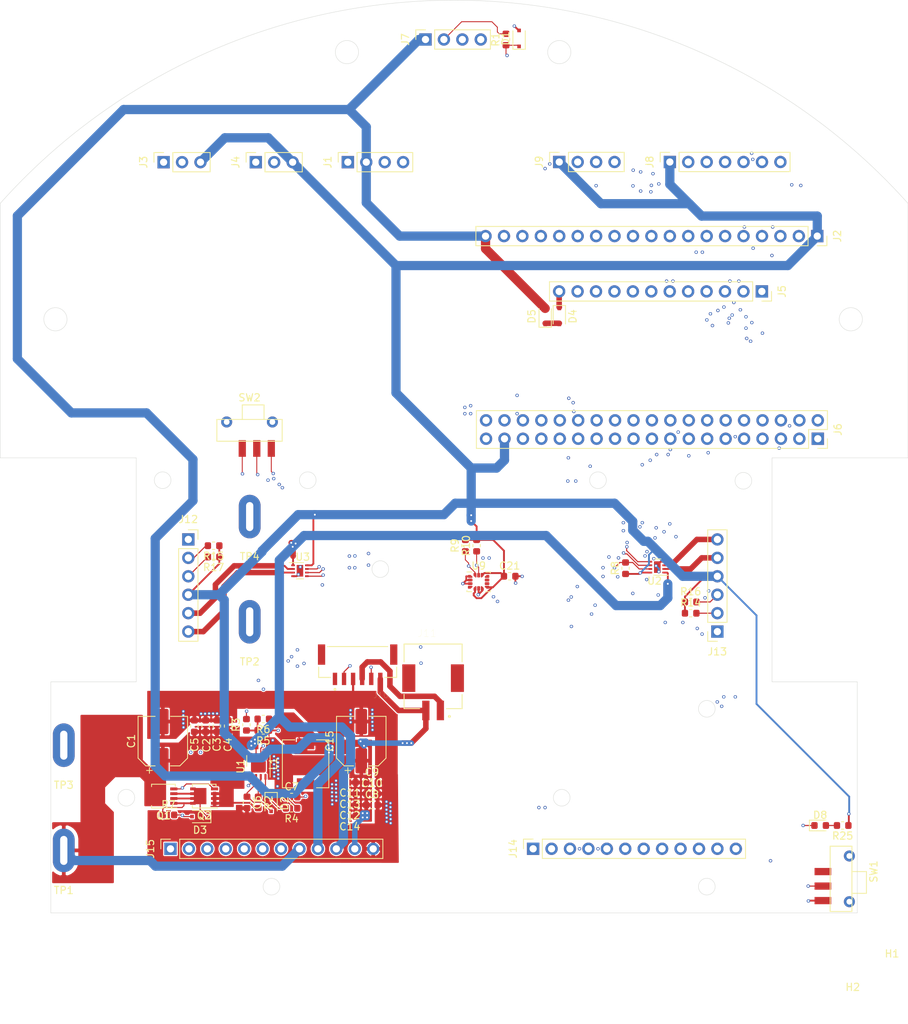
<source format=kicad_pcb>
(kicad_pcb (version 20171130) (host pcbnew "(5.1.6)-1")
  (layers (0 F.Cu signal) (1 In1.Cu signal hide) (2 In2.Cu signal hide) (31 B.Cu signal hide) (34 B.Paste user hide) (35 F.Paste user hide) (36 B.SilkS user hide) (37 F.SilkS user hide) (38 B.Mask user) (39 F.Mask user hide) (44 Edge.Cuts user))
  (net 0 "")
  (net 1 GND)
  (net 2 REG_VCC)
  (net 3 "Net-(C7-Pad1)")
  (net 4 "Net-(C7-Pad2)")
  (net 5 +5V)
  (net 6 GPIO16)
  (net 7 "Net-(D2-Pad1)")
  (net 8 "Net-(D3-Pad2)")
  (net 9 "Net-(D3-Pad1)")
  (net 10 GPIO33)
  (net 11 GPIO34)
  (net 12 +3V3)
  (net 13 EN)
  (net 14 GPIO36)
  (net 15 GPIO39)
  (net 16 GPIO35)
  (net 17 GPIO32)
  (net 18 GPIO25)
  (net 19 GPIO26)
  (net 20 "Net-(J2-Pad11)")
  (net 21 "Net-(J2-Pad12)")
  (net 22 "Net-(J2-Pad13)")
  (net 23 GPIO13)
  (net 24 "Net-(J2-Pad16)")
  (net 25 "Net-(J2-Pad17)")
  (net 26 "Net-(J2-Pad18)")
  (net 27 GPIO23)
  (net 28 GPIO22)
  (net 29 GPIO14)
  (net 30 GPIO15)
  (net 31 GPIO27)
  (net 32 GPIO12)
  (net 33 "Net-(J5-Pad11)")
  (net 34 GPIO21)
  (net 35 GPIO17)
  (net 36 GPIO1)
  (net 37 GPIO19)
  (net 38 GPIO3)
  (net 39 GPIO18)
  (net 40 GPIO5)
  (net 41 GPIO4)
  (net 42 GPIO0)
  (net 43 GPIO2)
  (net 44 "Net-(J6-Pad33)")
  (net 45 "Net-(J6-Pad34)")
  (net 46 "Net-(J6-Pad36)")
  (net 47 "Net-(J6-Pad37)")
  (net 48 "Net-(J6-Pad38)")
  (net 49 "Net-(J7-Pad2)")
  (net 50 SDA)
  (net 51 "Net-(J10-Pad4)")
  (net 52 "Net-(J10-Pad1)")
  (net 53 ML-)
  (net 54 ML+)
  (net 55 MR+)
  (net 56 MR-)
  (net 57 +BATT)
  (net 58 VBUS)
  (net 59 "Net-(R2-Pad1)")
  (net 60 "Net-(R3-Pad1)")
  (net 61 "Net-(R3-Pad2)")
  (net 62 "Net-(U1-Pad8)")
  (net 63 "Net-(TP2-Pad1)")
  (net 64 "Net-(D4-Pad2)")
  (net 65 "Net-(D4-Pad1)")
  (net 66 "Net-(J5-Pad10)")
  (net 67 "Net-(D8-Pad2)")
  (net 68 "Net-(U9-Pad4)")
  (net 69 "Net-(U9-Pad9)")
  (net 70 "Net-(U9-Pad10)")
  (net 71 "Net-(U9-Pad11)")
  (net 72 "Net-(J6-Pad1)")
  (net 73 "Net-(J6-Pad3)")
  (net 74 "Net-(J6-Pad5)")
  (module unified:CSS-1210TB (layer F.Cu) (at 169.925 151.2 90)
    (fp_text reference SW1 (at 1 7 90) (layer F.SilkS))
    (fp_text value SW_SPST)
    (pad 5 thru_hole circle (at 3.15 3.65 90) (size 1.524 1.524) (drill 0.8) (layers *.Cu *.Mask))
    (pad 4 thru_hole circle (at -3.15 3.65 90) (size 1.524 1.524) (drill 0.8) (layers *.Cu *.Mask))
    (pad 3 smd rect (at 1 0 90) (size 1 2.3) (layers F.Cu F.Paste F.Mask))
    (pad 2 smd rect (at -1 0 90) (size 1 2.3) (layers F.Cu F.Paste F.Mask) (net 8 "Net-(D3-Pad2)"))
    (pad 1 smd rect (at -3 0 90) (size 1 2.3) (layers F.Cu F.Paste F.Mask) (net 1 GND))
  )
  (module Capacitor_SMD:CP_Elec_6.3x3.9 (layer F.Cu) (at 78.95 132.225 90)
    (fp_text reference C1 (at 0 -4.35 90) (layer F.SilkS))
    (fp_text value 220u)
    (pad 2 smd roundrect (at 2.7 0 90) (size 3.5 1.6) (layers F.Cu F.Paste F.Mask) (roundrect_rratio 0.15625) (net 1 GND))
    (pad 1 smd roundrect (at -2.7 0 90) (size 3.5 1.6) (layers F.Cu F.Paste F.Mask) (roundrect_rratio 0.15625) (net 58 VBUS))
  )
  (module Capacitor_SMD:C_0603_1608Metric (layer F.Cu) (at 84.85 130.15 90)
    (fp_text reference C2 (at -2.65 0.125 90) (layer F.SilkS))
    (fp_text value 10u)
    (pad 2 smd roundrect (at 0.7875 0 90) (size 0.875 0.95) (layers F.Cu F.Paste F.Mask) (net 1 GND))
    (pad 1 smd roundrect (at -0.7875 0 90) (size 0.875 0.95) (layers F.Cu F.Paste F.Mask) (net 58 VBUS))
  )
  (module Capacitor_SMD:C_0603_1608Metric (layer F.Cu) (at 86.4 130.15 90)
    (fp_text reference C3 (at -2.55 0 90) (layer F.SilkS))
    (fp_text value 10u)
    (pad 2 smd roundrect (at 0.7875 0 90) (size 0.875 0.95) (layers F.Cu F.Paste F.Mask) (net 1 GND))
    (pad 1 smd roundrect (at -0.7875 0 90) (size 0.875 0.95) (layers F.Cu F.Paste F.Mask) (net 58 VBUS))
  )
  (module Capacitor_SMD:C_0603_1608Metric (layer F.Cu) (at 87.95 130.15 90)
    (fp_text reference C4 (at -2.575 -0.025 90) (layer F.SilkS))
    (fp_text value 0.1u)
    (pad 1 smd roundrect (at -0.7875 0 90) (size 0.875 0.95) (layers F.Cu F.Paste F.Mask) (net 58 VBUS))
    (pad 2 smd roundrect (at 0.7875 0 90) (size 0.875 0.95) (layers F.Cu F.Paste F.Mask) (net 1 GND))
  )
  (module Capacitor_SMD:C_0603_1608Metric (layer F.Cu) (at 83.3 130.15 90)
    (fp_text reference C5 (at -2.575 0.025 90) (layer F.SilkS))
    (fp_text value 0.1u)
    (pad 2 smd roundrect (at 0.7875 0 90) (size 0.875 0.95) (layers F.Cu F.Paste F.Mask) (net 1 GND))
    (pad 1 smd roundrect (at -0.7875 0 90) (size 0.875 0.95) (layers F.Cu F.Paste F.Mask) (net 58 VBUS))
  )
  (module Capacitor_SMD:C_0603_1608Metric (layer F.Cu) (at 90.55 140.675 270)
    (fp_text reference C6 (at 0 -1.43 90) (layer F.SilkS))
    (fp_text value 0.1u)
    (pad 1 smd roundrect (at -0.7875 0 270) (size 0.875 0.95) (layers F.Cu F.Paste F.Mask) (net 2 REG_VCC))
    (pad 2 smd roundrect (at 0.7875 0 270) (size 0.875 0.95) (layers F.Cu F.Paste F.Mask) (net 1 GND))
  )
  (module Capacitor_SMD:C_0603_1608Metric (layer F.Cu) (at 96.7 139.925)
    (fp_text reference C7 (at 0 -1.43) (layer F.SilkS))
    (fp_text value 0.1u)
    (pad 1 smd roundrect (at -0.7875 0) (size 0.875 0.95) (layers F.Cu F.Paste F.Mask) (net 3 "Net-(C7-Pad1)"))
    (pad 2 smd roundrect (at 0.7875 0) (size 0.875 0.95) (layers F.Cu F.Paste F.Mask) (net 4 "Net-(C7-Pad2)"))
  )
  (module Capacitor_SMD:C_0603_1608Metric (layer F.Cu) (at 107.775 141.025)
    (fp_text reference C8 (at 0 -1.43) (layer F.SilkS))
    (fp_text value 0.1u)
    (pad 1 smd roundrect (at -0.7875 0) (size 0.875 0.95) (layers F.Cu F.Paste F.Mask) (net 5 +5V))
    (pad 2 smd roundrect (at 0.7875 0) (size 0.875 0.95) (layers F.Cu F.Paste F.Mask) (net 1 GND))
  )
  (module Capacitor_SMD:C_0603_1608Metric (layer F.Cu) (at 107.775 137.925)
    (fp_text reference C9 (at 0 -1.43) (layer F.SilkS))
    (fp_text value 1u)
    (pad 2 smd roundrect (at 0.7875 0) (size 0.875 0.95) (layers F.Cu F.Paste F.Mask) (net 1 GND))
    (pad 1 smd roundrect (at -0.7875 0) (size 0.875 0.95) (layers F.Cu F.Paste F.Mask) (net 5 +5V))
  )
  (module Capacitor_SMD:C_0603_1608Metric (layer F.Cu) (at 107.775 139.475)
    (fp_text reference C10 (at 0 -1.43) (layer F.SilkS))
    (fp_text value 10u)
    (pad 1 smd roundrect (at -0.7875 0) (size 0.875 0.95) (layers F.Cu F.Paste F.Mask) (net 5 +5V))
    (pad 2 smd roundrect (at 0.7875 0) (size 0.875 0.95) (layers F.Cu F.Paste F.Mask) (net 1 GND))
  )
  (module Capacitor_SMD:C_0603_1608Metric (layer F.Cu) (at 104.725 137.925 180)
    (fp_text reference C11 (at 0 -1.43) (layer F.SilkS))
    (fp_text value 10u)
    (pad 2 smd roundrect (at 0.7875 0 180) (size 0.875 0.95) (layers F.Cu F.Paste F.Mask) (net 1 GND))
    (pad 1 smd roundrect (at -0.7875 0 180) (size 0.875 0.95) (layers F.Cu F.Paste F.Mask) (net 5 +5V))
  )
  (module Capacitor_SMD:C_0603_1608Metric (layer F.Cu) (at 104.725 141.025 180)
    (fp_text reference C12 (at 0 -1.43) (layer F.SilkS))
    (fp_text value 10u)
    (pad 1 smd roundrect (at -0.7875 0 180) (size 0.875 0.95) (layers F.Cu F.Paste F.Mask) (net 5 +5V))
    (pad 2 smd roundrect (at 0.7875 0 180) (size 0.875 0.95) (layers F.Cu F.Paste F.Mask) (net 1 GND))
  )
  (module Capacitor_SMD:C_0603_1608Metric (layer F.Cu) (at 104.725 139.475 180)
    (fp_text reference C13 (at 0 -1.43) (layer F.SilkS))
    (fp_text value 4.7)
    (pad 1 smd roundrect (at -0.7875 0 180) (size 0.875 0.95) (layers F.Cu F.Paste F.Mask) (net 5 +5V))
    (pad 2 smd roundrect (at 0.7875 0 180) (size 0.875 0.95) (layers F.Cu F.Paste F.Mask) (net 1 GND))
  )
  (module Capacitor_SMD:C_0603_1608Metric (layer F.Cu) (at 104.725 142.575 180)
    (fp_text reference C14 (at 0 -1.43) (layer F.SilkS))
    (fp_text value 4.7)
    (pad 2 smd roundrect (at 0.7875 0 180) (size 0.875 0.95) (layers F.Cu F.Paste F.Mask) (net 1 GND))
    (pad 1 smd roundrect (at -0.7875 0 180) (size 0.875 0.95) (layers F.Cu F.Paste F.Mask) (net 5 +5V))
  )
  (module Capacitor_SMD:CP_Elec_6.3x3.9 (layer F.Cu) (at 106.3 132.225 90)
    (fp_text reference C15 (at 0 -4.35 90) (layer F.SilkS))
    (fp_text value 220u)
    (pad 1 smd roundrect (at -2.7 0 90) (size 3.5 1.6) (layers F.Cu F.Paste F.Mask) (roundrect_rratio 0.15625) (net 5 +5V))
    (pad 2 smd roundrect (at 2.7 0 90) (size 3.5 1.6) (layers F.Cu F.Paste F.Mask) (roundrect_rratio 0.15625) (net 1 GND))
  )
  (module Diode_SMD:D_SOD-323F (layer F.Cu) (at 128.05 35.4 90)
    (fp_text reference D1 (at 0 -1.85 90) (layer F.SilkS))
    (fp_text value D_Zener)
    (pad 1 smd rect (at -1.1 0 90) (size 0.5 0.5) (layers F.Cu F.Paste F.Mask) (net 6 GPIO16))
    (pad 2 smd rect (at 1.1 0 90) (size 0.5 0.5) (layers F.Cu F.Paste F.Mask) (net 1 GND))
  )
  (module Diode_SMD:D_SOD-323F (layer F.Cu) (at 93.875 140.8 270)
    (fp_text reference D2 (at 0 -1.85 90) (layer F.SilkS))
    (fp_text value PMEG4005EJ,115)
    (pad 1 smd rect (at -1.1 0 270) (size 0.5 0.5) (layers F.Cu F.Paste F.Mask) (net 7 "Net-(D2-Pad1)"))
    (pad 2 smd rect (at 1.1 0 270) (size 0.5 0.5) (layers F.Cu F.Paste F.Mask) (net 2 REG_VCC))
  )
  (module Diode_SMD:D_SOD-323F (layer F.Cu) (at 84.075 142.625 180)
    (fp_text reference D3 (at 0 -1.85) (layer F.SilkS))
    (fp_text value D)
    (pad 2 smd rect (at 1.1 0 180) (size 0.5 0.5) (layers F.Cu F.Paste F.Mask) (net 8 "Net-(D3-Pad2)"))
    (pad 1 smd rect (at -1.1 0 180) (size 0.5 0.5) (layers F.Cu F.Paste F.Mask) (net 9 "Net-(D3-Pad1)"))
  )
  (module MountingHole:MountingHole_2.2mm_M2_DIN965 (layer F.Cu) (at 179.45 164.418)
    (fp_text reference H1 (at 0 -2.9) (layer F.SilkS))
    (fp_text value MountingHole)
    (pad 1 np_thru_hole circle (at 0 0) (size 2.2 2.2) (drill 2.2) (layers *.Cu *.Mask))
  )
  (module MountingHole:MountingHole_2.2mm_M2_DIN965 (layer F.Cu) (at 174.04 169.028)
    (fp_text reference H2 (at 0 -2.9) (layer F.SilkS))
    (fp_text value MountingHole)
    (pad 1 np_thru_hole circle (at 0 0) (size 2.2 2.2) (drill 2.2) (layers *.Cu *.Mask))
  )
  (module Connector_PinSocket_2.54mm:PinSocket_1x04_P2.54mm_Vertical (layer F.Cu) (at 104.45 52.45 90)
    (fp_text reference J1 (at 0 -2.77 90) (layer F.SilkS))
    (fp_text value ServoAnalog)
    (pad 1 thru_hole rect (at 0 0 90) (size 1.7 1.7) (drill 1) (layers *.Cu *.Mask) (net 1 GND))
    (pad 2 thru_hole oval (at 0 2.54 90) (size 1.7 1.7) (drill 1) (layers *.Cu *.Mask) (net 5 +5V))
    (pad 3 thru_hole oval (at 0 5.08 90) (size 1.7 1.7) (drill 1) (layers *.Cu *.Mask) (net 10 GPIO33))
    (pad 4 thru_hole oval (at 0 7.62 90) (size 1.7 1.7) (drill 1) (layers *.Cu *.Mask) (net 11 GPIO34))
  )
  (module Connector_PinSocket_2.54mm:PinSocket_1x19_P2.54mm_Vertical (layer F.Cu) (at 169.149 62.6395 270)
    (fp_text reference J2 (at 0 -2.77 90) (layer F.SilkS))
    (fp_text value Conn_01x19_Female)
    (pad 1 thru_hole rect (at 0 0 270) (size 1.7 1.7) (drill 1) (layers *.Cu *.Mask) (net 12 +3V3))
    (pad 2 thru_hole oval (at 0 2.54 270) (size 1.7 1.7) (drill 1) (layers *.Cu *.Mask) (net 13 EN))
    (pad 3 thru_hole oval (at 0 5.08 270) (size 1.7 1.7) (drill 1) (layers *.Cu *.Mask) (net 14 GPIO36))
    (pad 4 thru_hole oval (at 0 7.62 270) (size 1.7 1.7) (drill 1) (layers *.Cu *.Mask) (net 15 GPIO39))
    (pad 5 thru_hole oval (at 0 10.16 270) (size 1.7 1.7) (drill 1) (layers *.Cu *.Mask) (net 11 GPIO34))
    (pad 6 thru_hole oval (at 0 12.7 270) (size 1.7 1.7) (drill 1) (layers *.Cu *.Mask) (net 16 GPIO35))
    (pad 7 thru_hole oval (at 0 15.24 270) (size 1.7 1.7) (drill 1) (layers *.Cu *.Mask) (net 17 GPIO32))
    (pad 8 thru_hole oval (at 0 17.78 270) (size 1.7 1.7) (drill 1) (layers *.Cu *.Mask) (net 10 GPIO33))
    (pad 9 thru_hole oval (at 0 20.32 270) (size 1.7 1.7) (drill 1) (layers *.Cu *.Mask) (net 18 GPIO25))
    (pad 10 thru_hole oval (at 0 22.86 270) (size 1.7 1.7) (drill 1) (layers *.Cu *.Mask) (net 19 GPIO26))
    (pad 11 thru_hole oval (at 0 25.4 270) (size 1.7 1.7) (drill 1) (layers *.Cu *.Mask) (net 20 "Net-(J2-Pad11)"))
    (pad 12 thru_hole oval (at 0 27.94 270) (size 1.7 1.7) (drill 1) (layers *.Cu *.Mask) (net 21 "Net-(J2-Pad12)"))
    (pad 13 thru_hole oval (at 0 30.48 270) (size 1.7 1.7) (drill 1) (layers *.Cu *.Mask) (net 22 "Net-(J2-Pad13)"))
    (pad 14 thru_hole oval (at 0 33.02 270) (size 1.7 1.7) (drill 1) (layers *.Cu *.Mask) (net 1 GND))
    (pad 15 thru_hole oval (at 0 35.56 270) (size 1.7 1.7) (drill 1) (layers *.Cu *.Mask) (net 23 GPIO13))
    (pad 16 thru_hole oval (at 0 38.1 270) (size 1.7 1.7) (drill 1) (layers *.Cu *.Mask) (net 24 "Net-(J2-Pad16)"))
    (pad 17 thru_hole oval (at 0 40.64 270) (size 1.7 1.7) (drill 1) (layers *.Cu *.Mask) (net 25 "Net-(J2-Pad17)"))
    (pad 18 thru_hole oval (at 0 43.18 270) (size 1.7 1.7) (drill 1) (layers *.Cu *.Mask) (net 26 "Net-(J2-Pad18)"))
    (pad 19 thru_hole oval (at 0 45.72 270) (size 1.7 1.7) (drill 1) (layers *.Cu *.Mask) (net 5 +5V))
  )
  (module Connector_PinSocket_2.54mm:PinSocket_1x03_P2.54mm_Vertical (layer F.Cu) (at 79.06 52.4545 90)
    (fp_text reference J3 (at 0 -2.77 90) (layer F.SilkS))
    (fp_text value LineSensor)
    (pad 1 thru_hole rect (at 0 0 90) (size 1.7 1.7) (drill 1) (layers *.Cu *.Mask) (net 1 GND))
    (pad 2 thru_hole oval (at 0 2.54 90) (size 1.7 1.7) (drill 1) (layers *.Cu *.Mask) (net 14 GPIO36))
    (pad 3 thru_hole oval (at 0 5.08 90) (size 1.7 1.7) (drill 1) (layers *.Cu *.Mask) (net 12 +3V3))
  )
  (module Connector_PinSocket_2.54mm:PinSocket_1x03_P2.54mm_Vertical (layer F.Cu) (at 91.76 52.4545 90)
    (fp_text reference J4 (at 0 -2.77 90) (layer F.SilkS))
    (fp_text value LineSensor)
    (pad 3 thru_hole oval (at 0 5.08 90) (size 1.7 1.7) (drill 1) (layers *.Cu *.Mask) (net 12 +3V3))
    (pad 2 thru_hole oval (at 0 2.54 90) (size 1.7 1.7) (drill 1) (layers *.Cu *.Mask) (net 15 GPIO39))
    (pad 1 thru_hole rect (at 0 0 90) (size 1.7 1.7) (drill 1) (layers *.Cu *.Mask) (net 1 GND))
  )
  (module Connector_PinSocket_2.54mm:PinSocket_1x12_P2.54mm_Vertical (layer F.Cu) (at 161.514 70.2615 270)
    (fp_text reference J5 (at 0 -2.77 90) (layer F.SilkS))
    (fp_text value THING)
    (pad 1 thru_hole rect (at 0 0 270) (size 1.7 1.7) (drill 1) (layers *.Cu *.Mask) (net 27 GPIO23))
    (pad 2 thru_hole oval (at 0 2.54 270) (size 1.7 1.7) (drill 1) (layers *.Cu *.Mask) (net 28 GPIO22))
    (pad 3 thru_hole oval (at 0 5.08 270) (size 1.7 1.7) (drill 1) (layers *.Cu *.Mask) (net 29 GPIO14))
    (pad 4 thru_hole oval (at 0 7.62 270) (size 1.7 1.7) (drill 1) (layers *.Cu *.Mask) (net 17 GPIO32))
    (pad 5 thru_hole oval (at 0 10.16 270) (size 1.7 1.7) (drill 1) (layers *.Cu *.Mask) (net 30 GPIO15))
    (pad 6 thru_hole oval (at 0 12.7 270) (size 1.7 1.7) (drill 1) (layers *.Cu *.Mask) (net 10 GPIO33))
    (pad 7 thru_hole oval (at 0 15.24 270) (size 1.7 1.7) (drill 1) (layers *.Cu *.Mask) (net 31 GPIO27))
    (pad 8 thru_hole oval (at 0 17.78 270) (size 1.7 1.7) (drill 1) (layers *.Cu *.Mask) (net 32 GPIO12))
    (pad 9 thru_hole oval (at 0 20.32 270) (size 1.7 1.7) (drill 1) (layers *.Cu *.Mask) (net 23 GPIO13))
    (pad 10 thru_hole oval (at 0 22.86 270) (size 1.7 1.7) (drill 1) (layers *.Cu *.Mask) (net 66 "Net-(J5-Pad10)"))
    (pad 11 thru_hole oval (at 0 25.4 270) (size 1.7 1.7) (drill 1) (layers *.Cu *.Mask) (net 33 "Net-(J5-Pad11)"))
    (pad 12 thru_hole oval (at 0 27.94 270) (size 1.7 1.7) (drill 1) (layers *.Cu *.Mask) (net 65 "Net-(D4-Pad1)"))
  )
  (module Connector_PinSocket_2.54mm:PinSocket_2x19_P2.54mm_Vertical (layer F.Cu) (at 169.221 90.5614 270)
    (fp_text reference J6 (at -1.27 -2.77 90) (layer F.SilkS))
    (fp_text value Conn_02x19_Odd_Even)
    (pad 1 thru_hole rect (at 0 0 270) (size 1.7 1.7) (drill 1) (layers *.Cu *.Mask) (net 72 "Net-(J6-Pad1)"))
    (pad 2 thru_hole oval (at -2.54 0 270) (size 1.7 1.7) (drill 1) (layers *.Cu *.Mask) (net 1 GND))
    (pad 3 thru_hole oval (at 0 2.54 270) (size 1.7 1.7) (drill 1) (layers *.Cu *.Mask) (net 73 "Net-(J6-Pad3)"))
    (pad 4 thru_hole oval (at -2.54 2.54 270) (size 1.7 1.7) (drill 1) (layers *.Cu *.Mask) (net 27 GPIO23))
    (pad 5 thru_hole oval (at 0 5.08 270) (size 1.7 1.7) (drill 1) (layers *.Cu *.Mask) (net 74 "Net-(J6-Pad5)"))
    (pad 6 thru_hole oval (at -2.54 5.08 270) (size 1.7 1.7) (drill 1) (layers *.Cu *.Mask) (net 28 GPIO22))
    (pad 7 thru_hole oval (at 0 7.62 270) (size 1.7 1.7) (drill 1) (layers *.Cu *.Mask) (net 34 GPIO21))
    (pad 8 thru_hole oval (at -2.54 7.62 270) (size 1.7 1.7) (drill 1) (layers *.Cu *.Mask) (net 36 GPIO1))
    (pad 9 thru_hole oval (at 0 10.16 270) (size 1.7 1.7) (drill 1) (layers *.Cu *.Mask) (net 35 GPIO17))
    (pad 10 thru_hole oval (at -2.54 10.16 270) (size 1.7 1.7) (drill 1) (layers *.Cu *.Mask) (net 38 GPIO3))
    (pad 11 thru_hole oval (at 0 12.7 270) (size 1.7 1.7) (drill 1) (layers *.Cu *.Mask) (net 6 GPIO16))
    (pad 12 thru_hole oval (at -2.54 12.7 270) (size 1.7 1.7) (drill 1) (layers *.Cu *.Mask) (net 34 GPIO21))
    (pad 13 thru_hole oval (at 0 15.24 270) (size 1.7 1.7) (drill 1) (layers *.Cu *.Mask) (net 37 GPIO19))
    (pad 14 thru_hole oval (at -2.54 15.24 270) (size 1.7 1.7) (drill 1) (layers *.Cu *.Mask) (net 1 GND))
    (pad 15 thru_hole oval (at 0 17.78 270) (size 1.7 1.7) (drill 1) (layers *.Cu *.Mask) (net 39 GPIO18))
    (pad 16 thru_hole oval (at -2.54 17.78 270) (size 1.7 1.7) (drill 1) (layers *.Cu *.Mask) (net 37 GPIO19))
    (pad 17 thru_hole oval (at 0 20.32 270) (size 1.7 1.7) (drill 1) (layers *.Cu *.Mask) (net 40 GPIO5))
    (pad 18 thru_hole oval (at -2.54 20.32 270) (size 1.7 1.7) (drill 1) (layers *.Cu *.Mask) (net 39 GPIO18))
    (pad 19 thru_hole oval (at 0 22.86 270) (size 1.7 1.7) (drill 1) (layers *.Cu *.Mask) (net 41 GPIO4))
    (pad 20 thru_hole oval (at -2.54 22.86 270) (size 1.7 1.7) (drill 1) (layers *.Cu *.Mask) (net 40 GPIO5))
    (pad 21 thru_hole oval (at 0 25.4 270) (size 1.7 1.7) (drill 1) (layers *.Cu *.Mask) (net 14 GPIO36))
    (pad 22 thru_hole oval (at -2.54 25.4 270) (size 1.7 1.7) (drill 1) (layers *.Cu *.Mask) (net 35 GPIO17))
    (pad 23 thru_hole oval (at 0 27.94 270) (size 1.7 1.7) (drill 1) (layers *.Cu *.Mask) (net 15 GPIO39))
    (pad 24 thru_hole oval (at -2.54 27.94 270) (size 1.7 1.7) (drill 1) (layers *.Cu *.Mask) (net 6 GPIO16))
    (pad 25 thru_hole oval (at 0 30.48 270) (size 1.7 1.7) (drill 1) (layers *.Cu *.Mask) (net 11 GPIO34))
    (pad 26 thru_hole oval (at -2.54 30.48 270) (size 1.7 1.7) (drill 1) (layers *.Cu *.Mask) (net 41 GPIO4))
    (pad 27 thru_hole oval (at 0 33.02 270) (size 1.7 1.7) (drill 1) (layers *.Cu *.Mask) (net 18 GPIO25))
    (pad 28 thru_hole oval (at -2.54 33.02 270) (size 1.7 1.7) (drill 1) (layers *.Cu *.Mask) (net 42 GPIO0))
    (pad 29 thru_hole oval (at 0 35.56 270) (size 1.7 1.7) (drill 1) (layers *.Cu *.Mask) (net 19 GPIO26))
    (pad 30 thru_hole oval (at -2.54 35.56 270) (size 1.7 1.7) (drill 1) (layers *.Cu *.Mask) (net 43 GPIO2))
    (pad 31 thru_hole oval (at 0 38.1 270) (size 1.7 1.7) (drill 1) (layers *.Cu *.Mask) (net 1 GND))
    (pad 32 thru_hole oval (at -2.54 38.1 270) (size 1.7 1.7) (drill 1) (layers *.Cu *.Mask) (net 30 GPIO15))
    (pad 33 thru_hole oval (at 0 40.64 270) (size 1.7 1.7) (drill 1) (layers *.Cu *.Mask) (net 44 "Net-(J6-Pad33)"))
    (pad 34 thru_hole oval (at -2.54 40.64 270) (size 1.7 1.7) (drill 1) (layers *.Cu *.Mask) (net 45 "Net-(J6-Pad34)"))
    (pad 35 thru_hole oval (at 0 43.18 270) (size 1.7 1.7) (drill 1) (layers *.Cu *.Mask) (net 12 +3V3))
    (pad 36 thru_hole oval (at -2.54 43.18 270) (size 1.7 1.7) (drill 1) (layers *.Cu *.Mask) (net 46 "Net-(J6-Pad36)"))
    (pad 37 thru_hole oval (at 0 45.72 270) (size 1.7 1.7) (drill 1) (layers *.Cu *.Mask) (net 47 "Net-(J6-Pad37)"))
    (pad 38 thru_hole oval (at -2.54 45.72 270) (size 1.7 1.7) (drill 1) (layers *.Cu *.Mask) (net 48 "Net-(J6-Pad38)"))
  )
  (module Connector_PinSocket_2.54mm:PinSocket_1x04_P2.54mm_Vertical (layer F.Cu) (at 115.15 35.55 90)
    (fp_text reference J7 (at 0 -2.77 90) (layer F.SilkS))
    (fp_text value Ultrasonic.)
    (pad 1 thru_hole rect (at 0 0 90) (size 1.7 1.7) (drill 1) (layers *.Cu *.Mask) (net 5 +5V))
    (pad 2 thru_hole oval (at 0 2.54 90) (size 1.7 1.7) (drill 1) (layers *.Cu *.Mask) (net 49 "Net-(J7-Pad2)"))
    (pad 3 thru_hole oval (at 0 5.08 90) (size 1.7 1.7) (drill 1) (layers *.Cu *.Mask) (net 35 GPIO17))
    (pad 4 thru_hole oval (at 0 7.62 90) (size 1.7 1.7) (drill 1) (layers *.Cu *.Mask) (net 1 GND))
  )
  (module Connector_PinSocket_2.54mm:PinSocket_1x07_P2.54mm_Vertical (layer F.Cu) (at 148.829 52.4295 90)
    (fp_text reference J8 (at 0 -2.77 90) (layer F.SilkS))
    (fp_text value SPI)
    (pad 1 thru_hole rect (at 0 0 90) (size 1.7 1.7) (drill 1) (layers *.Cu *.Mask) (net 12 +3V3))
    (pad 2 thru_hole oval (at 0 2.54 90) (size 1.7 1.7) (drill 1) (layers *.Cu *.Mask) (net 27 GPIO23))
    (pad 3 thru_hole oval (at 0 5.08 90) (size 1.7 1.7) (drill 1) (layers *.Cu *.Mask) (net 37 GPIO19))
    (pad 4 thru_hole oval (at 0 7.62 90) (size 1.7 1.7) (drill 1) (layers *.Cu *.Mask) (net 39 GPIO18))
    (pad 5 thru_hole oval (at 0 10.16 90) (size 1.7 1.7) (drill 1) (layers *.Cu *.Mask) (net 40 GPIO5))
    (pad 6 thru_hole oval (at 0 12.7 90) (size 1.7 1.7) (drill 1) (layers *.Cu *.Mask) (net 43 GPIO2))
    (pad 7 thru_hole oval (at 0 15.24 90) (size 1.7 1.7) (drill 1) (layers *.Cu *.Mask) (net 1 GND))
  )
  (module Connector_PinSocket_2.54mm:PinSocket_1x04_P2.54mm_Vertical (layer F.Cu) (at 133.589 52.4295 90)
    (fp_text reference J9 (at 0 -2.77 90) (layer F.SilkS))
    (fp_text value i2c)
    (pad 4 thru_hole oval (at 0 7.62 90) (size 1.7 1.7) (drill 1) (layers *.Cu *.Mask) (net 1 GND))
    (pad 3 thru_hole oval (at 0 5.08 90) (size 1.7 1.7) (drill 1) (layers *.Cu *.Mask) (net 50 SDA))
    (pad 2 thru_hole oval (at 0 2.54 90) (size 1.7 1.7) (drill 1) (layers *.Cu *.Mask) (net 28 GPIO22))
    (pad 1 thru_hole rect (at 0 0 90) (size 1.7 1.7) (drill 1) (layers *.Cu *.Mask) (net 12 +3V3))
  )
  (module "unified:JST_BM06B-GHS-TBT(LF)(SN)(N)" (layer F.Cu) (at 105.8 120.3 180)
    (fp_text reference J10 (at -3.21 -5.608) (layer F.SilkS) (effects (font (size 0.8 0.8) (thickness 0.015))))
    (fp_text value LIDAR_DATA)
    (pad 4 smd rect (at -0.625 -3.35 180) (size 0.6 1.7) (layers F.Cu F.Paste F.Mask) (net 51 "Net-(J10-Pad4)"))
    (pad S1 smd rect (at -4.975 0 180) (size 1 2.8) (layers F.Cu F.Paste F.Mask))
    (pad S2 smd rect (at 4.975 0 180) (size 1 2.8) (layers F.Cu F.Paste F.Mask))
    (pad 3 smd rect (at 0.625 -3.35 180) (size 0.6 1.7) (layers F.Cu F.Paste F.Mask) (net 1 GND))
    (pad 2 smd rect (at 1.875 -3.35 180) (size 0.6 1.7) (layers F.Cu F.Paste F.Mask) (net 35 GPIO17))
    (pad 1 smd rect (at 3.125 -3.35 180) (size 0.6 1.7) (layers F.Cu F.Paste F.Mask) (net 52 "Net-(J10-Pad1)"))
    (pad 5 smd rect (at -1.875 -3.35 180) (size 0.6 1.7) (layers F.Cu F.Paste F.Mask) (net 6 GPIO16))
    (pad 6 smd rect (at -3.125 -3.35 180) (size 0.6 1.7) (layers F.Cu F.Paste F.Mask) (net 5 +5V))
  )
  (module "unified:JST_SM02B-PASS-TBT(LF)(SN)" (layer F.Cu) (at 116.2 124.1)
    (fp_text reference J11 (at -0.825 -6.735) (layer F.SilkS) (effects (font (thickness 0.015))))
    (fp_text value LIDAR_MOTOR)
    (pad 1 smd rect (at 1 3.9) (size 1 2.7) (layers F.Cu F.Paste F.Mask) (net 51 "Net-(J10-Pad4)"))
    (pad 2 smd rect (at -1 3.9) (size 1 2.7) (layers F.Cu F.Paste F.Mask) (net 5 +5V))
    (pad S2 smd rect (at -3.35 -0.55) (size 1.8 3.8) (layers F.Cu F.Paste F.Mask))
    (pad S1 smd rect (at 3.35 -0.55) (size 1.8 3.8) (layers F.Cu F.Paste F.Mask))
  )
  (module Connector_PinSocket_2.54mm:PinSocket_1x06_P2.54mm_Vertical (layer F.Cu) (at 82.4622 104.434)
    (fp_text reference J12 (at 0 -2.77) (layer F.SilkS))
    (fp_text value ROMI-Encoder)
    (pad 6 thru_hole oval (at 0 12.7) (size 1.7 1.7) (drill 1) (layers *.Cu *.Mask) (net 53 ML-))
    (pad 5 thru_hole oval (at 0 10.16) (size 1.7 1.7) (drill 1) (layers *.Cu *.Mask) (net 54 ML+))
    (pad 4 thru_hole oval (at 0 7.62) (size 1.7 1.7) (drill 1) (layers *.Cu *.Mask) (net 12 +3V3))
    (pad 3 thru_hole oval (at 0 5.08) (size 1.7 1.7) (drill 1) (layers *.Cu *.Mask) (net 31 GPIO27))
    (pad 2 thru_hole oval (at 0 2.54) (size 1.7 1.7) (drill 1) (layers *.Cu *.Mask) (net 19 GPIO26))
    (pad 1 thru_hole rect (at 0 0) (size 1.7 1.7) (drill 1) (layers *.Cu *.Mask) (net 1 GND))
  )
  (module Connector_PinSocket_2.54mm:PinSocket_1x06_P2.54mm_Vertical (layer F.Cu) (at 155.382 117.134 180)
    (fp_text reference J13 (at 0 -2.77) (layer F.SilkS))
    (fp_text value ROMI-Encoder)
    (pad 1 thru_hole rect (at 0 0 180) (size 1.7 1.7) (drill 1) (layers *.Cu *.Mask) (net 1 GND))
    (pad 2 thru_hole oval (at 0 2.54 180) (size 1.7 1.7) (drill 1) (layers *.Cu *.Mask) (net 17 GPIO32))
    (pad 3 thru_hole oval (at 0 5.08 180) (size 1.7 1.7) (drill 1) (layers *.Cu *.Mask) (net 29 GPIO14))
    (pad 4 thru_hole oval (at 0 7.62 180) (size 1.7 1.7) (drill 1) (layers *.Cu *.Mask) (net 12 +3V3))
    (pad 5 thru_hole oval (at 0 10.16 180) (size 1.7 1.7) (drill 1) (layers *.Cu *.Mask) (net 55 MR+))
    (pad 6 thru_hole oval (at 0 12.7 180) (size 1.7 1.7) (drill 1) (layers *.Cu *.Mask) (net 56 MR-))
  )
  (module Package_SO:Vishay_PowerPAK_1212-8_Single (layer F.Cu) (at 79.03 139.8 180)
    (fp_text reference Q1 (at 0 -2.7) (layer F.SilkS))
    (fp_text value SiS415DNT)
    (pad 5 smd custom (at 0.5575 0 180) (size 1.725 2.235) (layers F.Cu F.Paste F.Mask) (net 57 +BATT) (options (clearance outline) (anchor rect)) (primitives (gr_poly (pts (xy 0.8625 0.1275) (xy 0.8625 -0.1275) (xy 1.3725 -0.1275) (xy 1.3725 -0.5325) (xy 0.8625 -0.5325) (xy 0.8625 -0.7875) (xy 1.3725 -0.7875) (xy 1.3725 -1.195) (xy 0.6125 -1.195) (xy 0.6125 1.195) (xy 1.3725 1.195) (xy 1.3725 0.7875) (xy 0.8625 0.7875) (xy 0.8625 0.5325) (xy 1.3725 0.5325) (xy 1.3725 0.1275)) (width 0))))
    (pad 4 smd rect (at -1.435 0.99 180) (size 0.99 0.405) (layers F.Cu F.Paste F.Mask) (net 8 "Net-(D3-Pad2)"))
    (pad 3 smd rect (at -1.435 0.33 180) (size 0.99 0.405) (layers F.Cu F.Paste F.Mask) (net 9 "Net-(D3-Pad1)"))
    (pad 2 smd rect (at -1.435 -0.33 180) (size 0.99 0.405) (layers F.Cu F.Paste F.Mask) (net 9 "Net-(D3-Pad1)"))
    (pad 1 smd rect (at -1.435 -0.99 180) (size 0.99 0.405) (layers F.Cu F.Paste F.Mask) (net 9 "Net-(D3-Pad1)"))
  )
  (module Package_SO:Vishay_PowerPAK_1212-8_Single (layer F.Cu) (at 84.65 139.8 180)
    (fp_text reference Q2 (at 0 -2.7) (layer F.SilkS))
    (fp_text value SiS415DNT)
    (pad 1 smd rect (at -1.435 -0.99 180) (size 0.99 0.405) (layers F.Cu F.Paste F.Mask) (net 58 VBUS))
    (pad 2 smd rect (at -1.435 -0.33 180) (size 0.99 0.405) (layers F.Cu F.Paste F.Mask) (net 58 VBUS))
    (pad 3 smd rect (at -1.435 0.33 180) (size 0.99 0.405) (layers F.Cu F.Paste F.Mask) (net 58 VBUS))
    (pad 4 smd rect (at -1.435 0.99 180) (size 0.99 0.405) (layers F.Cu F.Paste F.Mask) (net 8 "Net-(D3-Pad2)"))
    (pad 5 smd custom (at 0.5575 0 180) (size 1.725 2.235) (layers F.Cu F.Paste F.Mask) (net 9 "Net-(D3-Pad1)") (options (clearance outline) (anchor rect)) (primitives (gr_poly (pts (xy 0.8625 0.1275) (xy 0.8625 -0.1275) (xy 1.3725 -0.1275) (xy 1.3725 -0.5325) (xy 0.8625 -0.5325) (xy 0.8625 -0.7875) (xy 1.3725 -0.7875) (xy 1.3725 -1.195) (xy 0.6125 -1.195) (xy 0.6125 1.195) (xy 1.3725 1.195) (xy 1.3725 0.7875) (xy 0.8625 0.7875) (xy 0.8625 0.5325) (xy 1.3725 0.5325) (xy 1.3725 0.1275)) (width 0))))
  )
  (module Resistor_SMD:R_0603_1608Metric (layer F.Cu) (at 92.1 140.675 270)
    (fp_text reference R2 (at 0 -1.43 90) (layer F.SilkS))
    (fp_text value 270k)
    (pad 1 smd roundrect (at -0.7875 0 270) (size 0.875 0.95) (layers F.Cu F.Paste F.Mask) (net 59 "Net-(R2-Pad1)"))
    (pad 2 smd roundrect (at 0.7875 0 270) (size 0.875 0.95) (layers F.Cu F.Paste F.Mask) (net 58 VBUS))
  )
  (module Resistor_SMD:R_0603_1608Metric (layer F.Cu) (at 90.475 129.975 90)
    (fp_text reference R3 (at 0 -1.43 90) (layer F.SilkS))
    (fp_text value 51.1k)
    (pad 1 smd roundrect (at -0.7875 0 90) (size 0.875 0.95) (layers F.Cu F.Paste F.Mask) (net 60 "Net-(R3-Pad1)"))
    (pad 2 smd roundrect (at 0.7875 0 90) (size 0.875 0.95) (layers F.Cu F.Paste F.Mask) (net 61 "Net-(R3-Pad2)"))
  )
  (module Resistor_SMD:R_0603_1608Metric (layer F.Cu) (at 96.7 141.475 180)
    (fp_text reference R4 (at 0 -1.43) (layer F.SilkS))
    (fp_text value 22.1)
    (pad 2 smd roundrect (at 0.7875 0 180) (size 0.875 0.95) (layers F.Cu F.Paste F.Mask) (net 7 "Net-(D2-Pad1)"))
    (pad 1 smd roundrect (at -0.7875 0 180) (size 0.875 0.95) (layers F.Cu F.Paste F.Mask) (net 3 "Net-(C7-Pad1)"))
  )
  (module Resistor_SMD:R_0603_1608Metric (layer F.Cu) (at 92.8 130.75 180)
    (fp_text reference R5 (at 0 -1.43) (layer F.SilkS))
    (fp_text value 7.68k)
    (pad 2 smd roundrect (at 0.7875 0 180) (size 0.875 0.95) (layers F.Cu F.Paste F.Mask) (net 60 "Net-(R3-Pad1)"))
    (pad 1 smd roundrect (at -0.7875 0 180) (size 0.875 0.95) (layers F.Cu F.Paste F.Mask) (net 1 GND))
  )
  (module Resistor_SMD:R_0603_1608Metric (layer F.Cu) (at 92.8 129.175 180)
    (fp_text reference R6 (at 0 -1.43) (layer F.SilkS))
    (fp_text value 41.2k)
    (pad 2 smd roundrect (at 0.7875 0 180) (size 0.875 0.95) (layers F.Cu F.Paste F.Mask) (net 60 "Net-(R3-Pad1)"))
    (pad 1 smd roundrect (at -0.7875 0 180) (size 0.875 0.95) (layers F.Cu F.Paste F.Mask) (net 5 +5V))
  )
  (module Resistor_SMD:R_0603_1608Metric (layer F.Cu) (at 79.725 142.4)
    (fp_text reference R7 (at 0 -1.43) (layer F.SilkS))
    (fp_text value 100k)
    (pad 1 smd roundrect (at -0.7875 0) (size 0.875 0.95) (layers F.Cu F.Paste F.Mask) (net 9 "Net-(D3-Pad1)"))
    (pad 2 smd roundrect (at 0.7875 0) (size 0.875 0.95) (layers F.Cu F.Paste F.Mask) (net 8 "Net-(D3-Pad2)"))
  )
  (module Resistor_SMD:R_0603_1608Metric (layer F.Cu) (at 142.725 108.4 90)
    (fp_text reference R8 (at 0 -1.43 90) (layer F.SilkS))
    (fp_text value 100k)
    (pad 1 smd roundrect (at -0.7875 0 90) (size 0.875 0.95) (layers F.Cu F.Paste F.Mask) (net 12 +3V3))
    (pad 2 smd roundrect (at 0.7875 0 90) (size 0.875 0.95) (layers F.Cu F.Paste F.Mask) (net 30 GPIO15))
  )
  (module Package_DFN_QFN:DFN-8-1EP_3x3mm_P0.65mm_EP1.7x2.05mm (layer F.Cu) (at 92.125 135.7 90)
    (fp_text reference U1 (at 0 -2.45 90) (layer F.SilkS))
    (fp_text value MP4423H)
    (pad 9 smd roundrect (at 0 0 90) (size 1.7 2.05) (layers F.Cu F.Mask) (roundrect_rratio 0.147059))
    (pad 1 smd roundrect (at -1.45 -0.975 90) (size 0.8 0.3) (layers F.Cu F.Paste F.Mask) (net 61 "Net-(R3-Pad2)"))
    (pad 2 smd roundrect (at -1.45 -0.325 90) (size 0.8 0.3) (layers F.Cu F.Paste F.Mask) (net 2 REG_VCC))
    (pad 3 smd roundrect (at -1.45 0.325 90) (size 0.8 0.3) (layers F.Cu F.Paste F.Mask) (net 59 "Net-(R2-Pad1)"))
    (pad 4 smd roundrect (at -1.45 0.975 90) (size 0.8 0.3) (layers F.Cu F.Paste F.Mask) (net 7 "Net-(D2-Pad1)"))
    (pad 5 smd roundrect (at 1.45 0.975 90) (size 0.8 0.3) (layers F.Cu F.Paste F.Mask) (net 1 GND))
    (pad 6 smd roundrect (at 1.45 0.325 90) (size 0.8 0.3) (layers F.Cu F.Paste F.Mask) (net 4 "Net-(C7-Pad2)"))
    (pad 7 smd roundrect (at 1.45 -0.325 90) (size 0.8 0.3) (layers F.Cu F.Paste F.Mask) (net 58 VBUS))
    (pad 8 smd roundrect (at 1.45 -0.975 90) (size 0.8 0.3) (layers F.Cu F.Paste F.Mask) (net 62 "Net-(U1-Pad8)"))
  )
  (module Package_SON:WSON-8-1EP_2x2mm_P0.5mm_EP0.9x1.6mm (layer F.Cu) (at 147.1 108.25 180)
    (fp_text reference U2 (at 0.38 -1.9) (layer F.SilkS))
    (fp_text value DRV8838)
    (pad 3 smd rect (at -0.95 0.25 180) (size 0.5 0.25) (layers F.Cu F.Paste F.Mask) (net 56 MR-))
    (pad 7 smd rect (at 0.95 -0.25 180) (size 0.5 0.25) (layers F.Cu F.Paste F.Mask) (net 30 GPIO15))
    (pad 8 smd rect (at 0.95 -0.75 180) (size 0.5 0.25) (layers F.Cu F.Paste F.Mask) (net 12 +3V3))
    (pad 9 smd rect (at 0 0 180) (size 0.9 1.6) (layers F.Cu F.Mask) (net 1 GND))
    (pad 1 smd rect (at -0.95 -0.75 180) (size 0.5 0.25) (layers F.Cu F.Paste F.Mask) (net 58 VBUS))
    (pad 2 smd rect (at -0.95 -0.25 180) (size 0.5 0.25) (layers F.Cu F.Paste F.Mask) (net 55 MR+))
    (pad 4 smd rect (at -0.95 0.75 180) (size 0.5 0.25) (layers F.Cu F.Paste F.Mask) (net 1 GND))
    (pad 5 smd rect (at 0.95 0.75 180) (size 0.5 0.25) (layers F.Cu F.Paste F.Mask) (net 23 GPIO13))
    (pad 6 smd rect (at 0.95 0.25 180) (size 0.5 0.25) (layers F.Cu F.Paste F.Mask) (net 41 GPIO4))
  )
  (module Package_SON:WSON-8-1EP_2x2mm_P0.5mm_EP0.9x1.6mm (layer F.Cu) (at 97.85 108.75)
    (fp_text reference U3 (at 0.38 -1.9) (layer F.SilkS))
    (fp_text value DRV8838)
    (pad 6 smd rect (at 0.95 0.25) (size 0.5 0.25) (layers F.Cu F.Paste F.Mask) (net 18 GPIO25))
    (pad 5 smd rect (at 0.95 0.75) (size 0.5 0.25) (layers F.Cu F.Paste F.Mask) (net 32 GPIO12))
    (pad 4 smd rect (at -0.95 0.75) (size 0.5 0.25) (layers F.Cu F.Paste F.Mask) (net 1 GND))
    (pad 2 smd rect (at -0.95 -0.25) (size 0.5 0.25) (layers F.Cu F.Paste F.Mask) (net 54 ML+))
    (pad 1 smd rect (at -0.95 -0.75) (size 0.5 0.25) (layers F.Cu F.Paste F.Mask) (net 58 VBUS))
    (pad 9 smd rect (at 0 0) (size 0.9 1.6) (layers F.Cu F.Mask) (net 1 GND))
    (pad 8 smd rect (at 0.95 -0.75) (size 0.5 0.25) (layers F.Cu F.Paste F.Mask) (net 12 +3V3))
    (pad 7 smd rect (at 0.95 -0.25) (size 0.5 0.25) (layers F.Cu F.Paste F.Mask) (net 30 GPIO15))
    (pad 3 smd rect (at -0.95 0.25) (size 0.5 0.25) (layers F.Cu F.Paste F.Mask) (net 53 ML-))
  )
  (module unified:batterylug (layer F.Cu) (at 65.2972 152.284)
    (fp_text reference TP1 (at 0 0.5) (layer F.SilkS))
    (fp_text value TestPoint)
    (pad 1 thru_hole oval (at 0 -5) (size 3 6) (drill oval 1 4) (layers *.Cu *.Mask) (net 57 +BATT))
  )
  (module unified:batterylug (layer F.Cu) (at 90.9222 120.784)
    (fp_text reference TP2 (at 0 0.5) (layer F.SilkS))
    (fp_text value TestPoint)
    (pad 1 thru_hole oval (at 0 -5) (size 3 6) (drill oval 1 4) (layers *.Cu *.Mask) (net 63 "Net-(TP2-Pad1)"))
  )
  (module unified:batterylug (layer F.Cu) (at 65.2972 137.784)
    (fp_text reference TP3 (at 0 0.5) (layer F.SilkS))
    (fp_text value TestPoint)
    (pad 1 thru_hole oval (at 0 -5) (size 3 6) (drill oval 1 4) (layers *.Cu *.Mask) (net 63 "Net-(TP2-Pad1)"))
  )
  (module unified:batterylug (layer F.Cu) (at 90.9222 106.284)
    (fp_text reference TP4 (at 0 0.5) (layer F.SilkS))
    (fp_text value TestPoint)
    (pad 1 thru_hole oval (at 0 -5) (size 3 6) (drill oval 1 4) (layers *.Cu *.Mask) (net 1 GND))
  )
  (module Connector_PinSocket_2.54mm:PinSocket_1x12_P2.54mm_Vertical (layer F.Cu) (at 129.987 147.059 90)
    (fp_text reference J14 (at 0 -2.77 90) (layer F.SilkS))
    (fp_text value THING)
    (pad 12 thru_hole oval (at 0 27.94 90) (size 1.7 1.7) (drill 1) (layers *.Cu *.Mask) (net 23 GPIO13))
    (pad 11 thru_hole oval (at 0 25.4 90) (size 1.7 1.7) (drill 1) (layers *.Cu *.Mask) (net 29 GPIO14))
    (pad 10 thru_hole oval (at 0 22.86 90) (size 1.7 1.7) (drill 1) (layers *.Cu *.Mask) (net 30 GPIO15))
    (pad 9 thru_hole oval (at 0 20.32 90) (size 1.7 1.7) (drill 1) (layers *.Cu *.Mask) (net 39 GPIO18))
    (pad 8 thru_hole oval (at 0 17.78 90) (size 1.7 1.7) (drill 1) (layers *.Cu *.Mask) (net 37 GPIO19))
    (pad 7 thru_hole oval (at 0 15.24 90) (size 1.7 1.7) (drill 1) (layers *.Cu *.Mask) (net 34 GPIO21))
    (pad 6 thru_hole oval (at 0 12.7 90) (size 1.7 1.7) (drill 1) (layers *.Cu *.Mask) (net 27 GPIO23))
    (pad 5 thru_hole oval (at 0 10.16 90) (size 1.7 1.7) (drill 1) (layers *.Cu *.Mask) (net 18 GPIO25))
    (pad 4 thru_hole oval (at 0 7.62 90) (size 1.7 1.7) (drill 1) (layers *.Cu *.Mask) (net 19 GPIO26))
    (pad 3 thru_hole oval (at 0 5.08 90) (size 1.7 1.7) (drill 1) (layers *.Cu *.Mask) (net 31 GPIO27))
    (pad 2 thru_hole oval (at 0 2.54 90) (size 1.7 1.7) (drill 1) (layers *.Cu *.Mask) (net 17 GPIO32))
    (pad 1 thru_hole rect (at 0 0 90) (size 1.7 1.7) (drill 1) (layers *.Cu *.Mask) (net 16 GPIO35))
  )
  (module Connector_PinSocket_2.54mm:PinSocket_1x12_P2.54mm_Vertical (layer F.Cu) (at 80.0056 147.068 90)
    (fp_text reference J15 (at 0 -2.77 90) (layer F.SilkS))
    (fp_text value THING)
    (pad 1 thru_hole rect (at 0 0 90) (size 1.7 1.7) (drill 1) (layers *.Cu *.Mask) (net 40 GPIO5))
    (pad 2 thru_hole oval (at 0 2.54 90) (size 1.7 1.7) (drill 1) (layers *.Cu *.Mask) (net 41 GPIO4))
    (pad 3 thru_hole oval (at 0 5.08 90) (size 1.7 1.7) (drill 1) (layers *.Cu *.Mask) (net 38 GPIO3))
    (pad 4 thru_hole oval (at 0 7.62 90) (size 1.7 1.7) (drill 1) (layers *.Cu *.Mask) (net 36 GPIO1))
    (pad 5 thru_hole oval (at 0 10.16 90) (size 1.7 1.7) (drill 1) (layers *.Cu *.Mask) (net 50 SDA))
    (pad 6 thru_hole oval (at 0 12.7 90) (size 1.7 1.7) (drill 1) (layers *.Cu *.Mask) (net 28 GPIO22))
    (pad 7 thru_hole oval (at 0 15.24 90) (size 1.7 1.7) (drill 1) (layers *.Cu *.Mask) (net 32 GPIO12))
    (pad 8 thru_hole oval (at 0 17.78 90) (size 1.7 1.7) (drill 1) (layers *.Cu *.Mask) (net 57 +BATT))
    (pad 9 thru_hole oval (at 0 20.32 90) (size 1.7 1.7) (drill 1) (layers *.Cu *.Mask) (net 12 +3V3))
    (pad 10 thru_hole oval (at 0 22.86 90) (size 1.7 1.7) (drill 1) (layers *.Cu *.Mask) (net 58 VBUS))
    (pad 11 thru_hole oval (at 0 25.4 90) (size 1.7 1.7) (drill 1) (layers *.Cu *.Mask) (net 5 +5V))
    (pad 12 thru_hole oval (at 0 27.94 90) (size 1.7 1.7) (drill 1) (layers *.Cu *.Mask) (net 1 GND))
  )
  (module Inductor_SMD:L_6.3x6.3_H3 (layer F.Cu) (at 98.625 135.35 90)
    (fp_text reference L1 (at 0 -4.45 90) (layer F.SilkS))
    (fp_text value 5.1u)
    (pad 1 smd rect (at -2.75 0 90) (size 1.5 2.4) (layers F.Cu F.Paste F.Mask) (net 4 "Net-(C7-Pad2)"))
    (pad 2 smd rect (at 2.75 0 90) (size 1.5 2.4) (layers F.Cu F.Paste F.Mask) (net 5 +5V))
  )
  (module Diode_SMD:D_SOD-323F (layer F.Cu) (at 133.6 73.7 270)
    (fp_text reference D4 (at 0 -1.85 90) (layer F.SilkS))
    (fp_text value PMEG4005EJ,115)
    (pad 2 smd rect (at 1.1 0 270) (size 0.5 0.5) (layers F.Cu F.Paste F.Mask) (net 64 "Net-(D4-Pad2)"))
    (pad 1 smd rect (at -1.1 0 270) (size 0.5 0.5) (layers F.Cu F.Paste F.Mask) (net 65 "Net-(D4-Pad1)"))
  )
  (module Diode_SMD:D_SOD-323F (layer F.Cu) (at 131.65 73.7 90)
    (fp_text reference D5 (at 0 -1.85 90) (layer F.SilkS))
    (fp_text value PMEG4005EJ,115)
    (pad 1 smd rect (at -1.1 0 90) (size 0.5 0.5) (layers F.Cu F.Paste F.Mask) (net 64 "Net-(D4-Pad2)"))
    (pad 2 smd rect (at 1.1 0 90) (size 0.5 0.5) (layers F.Cu F.Paste F.Mask) (net 5 +5V))
  )
  (module Resistor_SMD:R_0603_1608Metric (layer F.Cu) (at 151.7 114.6)
    (fp_text reference R14 (at 0 -1.43) (layer F.SilkS))
    (fp_text value 100k)
    (pad 1 smd roundrect (at -0.7875 0) (size 0.875 0.95) (layers F.Cu F.Paste F.Mask) (net 12 +3V3))
    (pad 2 smd roundrect (at 0.7875 0) (size 0.875 0.95) (layers F.Cu F.Paste F.Mask) (net 17 GPIO32))
  )
  (module Resistor_SMD:R_0603_1608Metric (layer F.Cu) (at 85.95 105.3 180)
    (fp_text reference R15 (at 0 -1.43) (layer F.SilkS))
    (fp_text value 100k)
    (pad 2 smd roundrect (at 0.7875 0 180) (size 0.875 0.95) (layers F.Cu F.Paste F.Mask) (net 19 GPIO26))
    (pad 1 smd roundrect (at -0.7875 0 180) (size 0.875 0.95) (layers F.Cu F.Paste F.Mask) (net 12 +3V3))
  )
  (module Resistor_SMD:R_0603_1608Metric (layer F.Cu) (at 151.7 113.05)
    (fp_text reference R16 (at 0 -1.43) (layer F.SilkS))
    (fp_text value 100k)
    (pad 1 smd roundrect (at -0.7875 0) (size 0.875 0.95) (layers F.Cu F.Paste F.Mask) (net 12 +3V3))
    (pad 2 smd roundrect (at 0.7875 0) (size 0.875 0.95) (layers F.Cu F.Paste F.Mask) (net 29 GPIO14))
  )
  (module Resistor_SMD:R_0603_1608Metric (layer F.Cu) (at 85.95 106.85 180)
    (fp_text reference R17 (at 0 -1.43) (layer F.SilkS))
    (fp_text value 100k)
    (pad 1 smd roundrect (at -0.7875 0 180) (size 0.875 0.95) (layers F.Cu F.Paste F.Mask) (net 12 +3V3))
    (pad 2 smd roundrect (at 0.7875 0 180) (size 0.875 0.95) (layers F.Cu F.Paste F.Mask) (net 31 GPIO27))
  )
  (module Resistor_SMD:R_0603_1608Metric (layer F.Cu) (at 172.65 143.85 180)
    (fp_text reference R25 (at 0 -1.43) (layer F.SilkS))
    (fp_text value 330)
    (pad 2 smd roundrect (at 0.7875 0 180) (size 0.875 0.95) (layers F.Cu F.Paste F.Mask) (net 67 "Net-(D8-Pad2)"))
    (pad 1 smd roundrect (at -0.7875 0 180) (size 0.875 0.95) (layers F.Cu F.Paste F.Mask) (net 12 +3V3))
  )
  (module LED_SMD:LED_0603_1608Metric (layer F.Cu) (at 169.55 143.85)
    (fp_text reference D8 (at 0 -1.43) (layer F.SilkS))
    (fp_text value LED)
    (pad 1 smd roundrect (at -0.7875 0) (size 0.875 0.95) (layers F.Cu F.Paste F.Mask) (net 30 GPIO15))
    (pad 2 smd roundrect (at 0.7875 0) (size 0.875 0.95) (layers F.Cu F.Paste F.Mask) (net 67 "Net-(D8-Pad2)"))
  )
  (module Capacitor_SMD:C_0603_1608Metric (layer F.Cu) (at 126.755 109.505)
    (fp_text reference C21 (at 0 -1.43) (layer F.SilkS))
    (fp_text value 0.1u)
    (pad 1 smd roundrect (at -0.7875 0) (size 0.875 0.95) (layers F.Cu F.Paste F.Mask) (net 12 +3V3))
    (pad 2 smd roundrect (at 0.7875 0) (size 0.875 0.95) (layers F.Cu F.Paste F.Mask) (net 1 GND))
  )
  (module Package_LGA:LGA-14_3x2.5mm_P0.5mm_LayoutBorder3x4y (layer F.Cu) (at 122.475 110.275)
    (fp_text reference U9 (at 0 -2.2) (layer F.SilkS))
    (fp_text value LSM6DS3)
    (pad 1 smd custom (at -1.1625 -0.75) (size 0.223223 0.223223) (layers F.Cu F.Paste F.Mask) (net 1 GND) (options (clearance outline) (anchor circle)) (primitives (gr_poly (pts (xy -0.2375 -0.125) (xy 0.031434 -0.125) (xy 0.2375 0.081066) (xy 0.2375 0.125) (xy -0.2375 0.125)) (width 0.15))))
    (pad 2 smd roundrect (at -1.1625 -0.25) (size 0.625 0.4) (layers F.Cu F.Paste F.Mask) (net 1 GND))
    (pad 3 smd roundrect (at -1.1625 0.25) (size 0.625 0.4) (layers F.Cu F.Paste F.Mask) (net 1 GND))
    (pad 4 smd custom (at -1.1625 0.75) (size 0.223223 0.223223) (layers F.Cu F.Paste F.Mask) (net 68 "Net-(U9-Pad4)") (options (clearance outline) (anchor circle)) (primitives (gr_poly (pts (xy -0.2375 -0.125) (xy 0.2375 -0.125) (xy 0.2375 -0.081066) (xy 0.031434 0.125) (xy -0.2375 0.125)) (width 0.15))))
    (pad 5 smd custom (at -0.5 0.9125) (size 0.223223 0.223223) (layers F.Cu F.Paste F.Mask) (net 12 +3V3) (options (clearance outline) (anchor circle)) (primitives (gr_poly (pts (xy -0.125 -0.031434) (xy 0.081066 -0.2375) (xy 0.125 -0.2375) (xy 0.125 0.2375) (xy -0.125 0.2375)) (width 0.15))))
    (pad 6 smd roundrect (at 0 0.9125) (size 0.4 0.625) (layers F.Cu F.Paste F.Mask) (net 1 GND))
    (pad 7 smd custom (at 0.5 0.9125) (size 0.223223 0.223223) (layers F.Cu F.Paste F.Mask) (net 1 GND) (options (clearance outline) (anchor circle)) (primitives (gr_poly (pts (xy -0.125 -0.2375) (xy -0.081066 -0.2375) (xy 0.125 -0.031434) (xy 0.125 0.2375) (xy -0.125 0.2375)) (width 0.15))))
    (pad 8 smd custom (at 1.1625 0.75) (size 0.223223 0.223223) (layers F.Cu F.Paste F.Mask) (net 12 +3V3) (options (clearance outline) (anchor circle)) (primitives (gr_poly (pts (xy -0.2375 -0.125) (xy 0.2375 -0.125) (xy 0.2375 0.125) (xy -0.031434 0.125) (xy -0.2375 -0.081066)) (width 0.15))))
    (pad 9 smd roundrect (at 1.1625 0.25) (size 0.625 0.4) (layers F.Cu F.Paste F.Mask) (net 69 "Net-(U9-Pad9)"))
    (pad 10 smd roundrect (at 1.1625 -0.25) (size 0.625 0.4) (layers F.Cu F.Paste F.Mask) (net 70 "Net-(U9-Pad10)"))
    (pad 11 smd custom (at 1.1625 -0.75) (size 0.223223 0.223223) (layers F.Cu F.Paste F.Mask) (net 71 "Net-(U9-Pad11)") (options (clearance outline) (anchor circle)) (primitives (gr_poly (pts (xy -0.2375 0.081066) (xy -0.031434 -0.125) (xy 0.2375 -0.125) (xy 0.2375 0.125) (xy -0.2375 0.125)) (width 0.15))))
    (pad 12 smd custom (at 0.5 -0.9125) (size 0.223223 0.223223) (layers F.Cu F.Paste F.Mask) (net 12 +3V3) (options (clearance outline) (anchor circle)) (primitives (gr_poly (pts (xy -0.125 -0.2375) (xy 0.125 -0.2375) (xy 0.125 0.031434) (xy -0.081066 0.2375) (xy -0.125 0.2375)) (width 0.15))))
    (pad 13 smd roundrect (at 0 -0.9125) (size 0.4 0.625) (layers F.Cu F.Paste F.Mask) (net 28 GPIO22))
    (pad 14 smd custom (at -0.5 -0.9125) (size 0.223223 0.223223) (layers F.Cu F.Paste F.Mask) (net 50 SDA) (options (clearance outline) (anchor circle)) (primitives (gr_poly (pts (xy -0.125 -0.2375) (xy 0.125 -0.2375) (xy 0.125 0.2375) (xy 0.081066 0.2375) (xy -0.125 0.031434)) (width 0.15))))
  )
  (module Resistor_SMD:R_0603_1608Metric (layer F.Cu) (at 126.25 35.55 90)
    (fp_text reference R1 (at 0 -1.43 90) (layer F.SilkS))
    (fp_text value 10k)
    (pad 1 smd roundrect (at -0.7875 0 90) (size 0.875 0.95) (layers F.Cu F.Paste F.Mask) (net 6 GPIO16))
    (pad 2 smd roundrect (at 0.7875 0 90) (size 0.875 0.95) (layers F.Cu F.Paste F.Mask) (net 49 "Net-(J7-Pad2)"))
  )
  (module Resistor_SMD:R_0603_1608Metric (layer F.Cu) (at 120.65 105.288 90)
    (fp_text reference R9 (at 0 -1.43 90) (layer F.SilkS))
    (fp_text value 10k)
    (pad 1 smd roundrect (at -0.7875 0 90) (size 0.875 0.95) (layers F.Cu F.Paste F.Mask) (net 50 SDA))
    (pad 2 smd roundrect (at 0.7875 0 90) (size 0.875 0.95) (layers F.Cu F.Paste F.Mask) (net 12 +3V3))
  )
  (module Resistor_SMD:R_0603_1608Metric (layer F.Cu) (at 122.2 105.288 90)
    (fp_text reference R10 (at 0 -1.43 90) (layer F.SilkS))
    (fp_text value 10k)
    (pad 2 smd roundrect (at 0.7875 0 90) (size 0.875 0.95) (layers F.Cu F.Paste F.Mask) (net 12 +3V3))
    (pad 1 smd roundrect (at -0.7875 0 90) (size 0.875 0.95) (layers F.Cu F.Paste F.Mask) (net 28 GPIO22))
  )
  (module unified:CSS-1210TB (layer F.Cu) (at 90.9 91.9 180)
    (fp_text reference SW2 (at 0 7) (layer F.SilkS))
    (fp_text value SW_SPDT)
    (pad 1 smd rect (at -3 0 180) (size 1 2.3) (layers F.Cu F.Paste F.Mask) (net 27 GPIO23))
    (pad 2 smd rect (at -1 0 180) (size 1 2.3) (layers F.Cu F.Paste F.Mask) (net 50 SDA))
    (pad 3 smd rect (at 1 0 180) (size 1 2.3) (layers F.Cu F.Paste F.Mask) (net 34 GPIO21))
    (pad 4 thru_hole circle (at -3.15 3.65 180) (size 1.524 1.524) (drill 0.8) (layers *.Cu *.Mask))
    (pad 5 thru_hole circle (at 3.15 3.65 180) (size 1.524 1.524) (drill 0.8) (layers *.Cu *.Mask))
  )
  (gr_circle (center 78.924984 96.275012) (end 80.074982 96.275012) (layer Edge.Cuts) (width 0.05))
  (gr_line (start 174.668545 124.050683) (end 174.668545 155.902283) (layer Edge.Cuts) (width 0.05))
  (gr_line (start 162.908345 124.050683) (end 174.668545 124.050683) (layer Edge.Cuts) (width 0.05))
  (gr_line (start 162.908345 93.189684) (end 162.908345 124.050683) (layer Edge.Cuts) (width 0.05))
  (gr_line (start 75.278347 124.050683) (end 75.278347 93.189684) (layer Edge.Cuts) (width 0.05))
  (gr_line (start 181.653545 58.137684) (end 181.653545 93.189684) (layer Edge.Cuts) (width 0.05))
  (gr_line (start 181.653545 93.189684) (end 162.908345 93.189684) (layer Edge.Cuts) (width 0.05))
  (gr_line (start 75.278347 93.189684) (end 56.533147 93.189684) (layer Edge.Cuts) (width 0.05))
  (gr_line (start 63.518147 124.050683) (end 75.278347 124.050683) (layer Edge.Cuts) (width 0.05))
  (gr_circle (center 138.92499 96.275012) (end 140.074988 96.275012) (layer Edge.Cuts) (width 0.05))
  (gr_line (start 63.518147 155.902283) (end 63.518147 124.050683) (layer Edge.Cuts) (width 0.05))
  (gr_line (start 174.668545 155.902283) (end 63.518147 155.902283) (layer Edge.Cuts) (width 0.05))
  (gr_circle (center 153.924986 127.774999) (end 155.074983 127.774999) (layer Edge.Cuts) (width 0.05))
  (gr_arc (start 119.093346 114.011993) (end 181.653545 58.137684) (angle -96.46208864) (layer Edge.Cuts) (width 0.05))
  (gr_line (start 56.533147 93.189684) (end 56.533146 58.137685) (layer Edge.Cuts) (width 0.05))
  (gr_circle (center 64.147008 74.098748) (end 65.747008 74.098748) (layer Edge.Cuts) (width 0.05))
  (gr_circle (center 104.326123 37.289852) (end 105.926123 37.289852) (layer Edge.Cuts) (width 0.05))
  (gr_circle (center 133.925 140.025012) (end 135.074998 140.025012) (layer Edge.Cuts) (width 0.05))
  (gr_circle (center 158.964472 96.351581) (end 160.11447 96.351581) (layer Edge.Cuts) (width 0.05))
  (gr_circle (center 133.589671 37.289852) (end 135.189671 37.289852) (layer Edge.Cuts) (width 0.05))
  (gr_circle (center 173.768786 74.098748) (end 175.368786 74.098748) (layer Edge.Cuts) (width 0.05))
  (gr_circle (center 93.925005 152.275) (end 95.075003 152.275) (layer Edge.Cuts) (width 0.05))
  (gr_circle (center 73.924994 140.025012) (end 75.074992 140.025012) (layer Edge.Cuts) (width 0.05))
  (gr_circle (center 153.924986 152.275) (end 155.074983 152.275) (layer Edge.Cuts) (width 0.05))
  (gr_circle (center 98.924995 96.275012) (end 100.074993 96.275012) (layer Edge.Cuts) (width 0.05))
  (gr_circle (center 108.925 108.525) (end 110.074998 108.525) (layer Edge.Cuts) (width 0.05))
  (segment (start 105.175 123.65) (end 105.175 125.925) (width 0.3048) (layer F.Cu) (net 1))
  (segment (start 93.5875 130.75) (end 93.5875 132.238) (width 0.1524) (layer F.Cu) (net 1))
  (segment (start 93.5875 130.75) (end 94.85 130.75) (width 0.254) (layer F.Cu) (net 1))
  (via (at 86.425 128.425) (size 0.4572) (layers F.Cu B.Cu) (net 1))
  (via (at 85.875 128.425) (size 0.4572) (layers F.Cu B.Cu) (net 1))
  (via (at 85.325 128.425) (size 0.4572) (layers F.Cu B.Cu) (net 1))
  (via (at 84.775 128.45) (size 0.4572) (layers F.Cu B.Cu) (net 1))
  (via (at 84.225 128.45) (size 0.4572) (layers F.Cu B.Cu) (net 1))
  (via (at 94.85 130.75) (size 0.4572) (layers F.Cu B.Cu) (net 1))
  (via (at 81.775 129.225) (size 0.4572) (layers F.Cu B.Cu) (net 1))
  (via (at 81.8 130.325) (size 0.4572) (layers F.Cu B.Cu) (net 1))
  (via (at 81.775 129.775) (size 0.4572) (layers F.Cu B.Cu) (net 1))
  (via (at 81.775 128.675) (size 0.4572) (layers F.Cu B.Cu) (net 1))
  (via (at 81.775 128.125) (size 0.4572) (layers F.Cu B.Cu) (net 1))
  (via (at 94.825 135.725) (size 0.4572) (layers F.Cu B.Cu) (net 1))
  (via (at 94.85 136.825) (size 0.4572) (layers F.Cu B.Cu) (net 1))
  (via (at 94.825 136.275) (size 0.4572) (layers F.Cu B.Cu) (net 1))
  (via (at 94.825 135.175) (size 0.4572) (layers F.Cu B.Cu) (net 1))
  (via (at 94.825 134.625) (size 0.4572) (layers F.Cu B.Cu) (net 1))
  (via (at 94.85 137.375) (size 0.4572) (layers F.Cu B.Cu) (net 1))
  (via (at 94.275 135.425) (size 0.4572) (layers F.Cu B.Cu) (net 1))
  (via (at 94.3 136.525) (size 0.4572) (layers F.Cu B.Cu) (net 1))
  (via (at 94.275 135.975) (size 0.4572) (layers F.Cu B.Cu) (net 1))
  (via (at 94.275 134.875) (size 0.4572) (layers F.Cu B.Cu) (net 1))
  (via (at 94.275 134.325) (size 0.4572) (layers F.Cu B.Cu) (net 1))
  (via (at 94.3 137.075) (size 0.4572) (layers F.Cu B.Cu) (net 1))
  (via (at 107.825 129.025) (size 0.4572) (layers F.Cu B.Cu) (net 1))
  (via (at 107.85 130.125) (size 0.4572) (layers F.Cu B.Cu) (net 1))
  (via (at 107.825 129.575) (size 0.4572) (layers F.Cu B.Cu) (net 1))
  (via (at 107.825 128.475) (size 0.4572) (layers F.Cu B.Cu) (net 1))
  (via (at 107.825 127.925) (size 0.4572) (layers F.Cu B.Cu) (net 1))
  (via (at 107.85 130.675) (size 0.4572) (layers F.Cu B.Cu) (net 1))
  (via (at 104.825 129.075) (size 0.4572) (layers F.Cu B.Cu) (net 1))
  (via (at 104.825 129.625) (size 0.4572) (layers F.Cu B.Cu) (net 1))
  (via (at 104.825 128.525) (size 0.4572) (layers F.Cu B.Cu) (net 1))
  (via (at 104.825 127.975) (size 0.4572) (layers F.Cu B.Cu) (net 1))
  (via (at 102.275 139.275) (size 0.4572) (layers F.Cu B.Cu) (net 1))
  (via (at 102.3 140.375) (size 0.4572) (layers F.Cu B.Cu) (net 1))
  (via (at 102.275 139.825) (size 0.4572) (layers F.Cu B.Cu) (net 1))
  (via (at 102.275 138.725) (size 0.4572) (layers F.Cu B.Cu) (net 1))
  (via (at 102.275 138.175) (size 0.4572) (layers F.Cu B.Cu) (net 1))
  (via (at 102.3 140.925) (size 0.4572) (layers F.Cu B.Cu) (net 1))
  (via (at 102.825 138.775) (size 0.4572) (layers F.Cu B.Cu) (net 1))
  (via (at 102.85 139.875) (size 0.4572) (layers F.Cu B.Cu) (net 1))
  (via (at 102.825 139.325) (size 0.4572) (layers F.Cu B.Cu) (net 1))
  (via (at 102.825 138.225) (size 0.4572) (layers F.Cu B.Cu) (net 1))
  (via (at 102.825 137.675) (size 0.4572) (layers F.Cu B.Cu) (net 1))
  (via (at 102.85 140.425) (size 0.4572) (layers F.Cu B.Cu) (net 1))
  (via (at 110.325 141.875) (size 0.4572) (layers F.Cu B.Cu) (net 1))
  (via (at 110.35 142.975) (size 0.4572) (layers F.Cu B.Cu) (net 1))
  (via (at 110.325 142.425) (size 0.4572) (layers F.Cu B.Cu) (net 1))
  (via (at 110.325 141.325) (size 0.4572) (layers F.Cu B.Cu) (net 1))
  (via (at 110.325 140.775) (size 0.4572) (layers F.Cu B.Cu) (net 1))
  (via (at 110.35 143.525) (size 0.4572) (layers F.Cu B.Cu) (net 1))
  (via (at 109.775 141.675) (size 0.4572) (layers F.Cu B.Cu) (net 1))
  (via (at 109.8 142.775) (size 0.4572) (layers F.Cu B.Cu) (net 1))
  (via (at 109.775 142.225) (size 0.4572) (layers F.Cu B.Cu) (net 1))
  (via (at 109.775 141.125) (size 0.4572) (layers F.Cu B.Cu) (net 1))
  (via (at 109.775 140.575) (size 0.4572) (layers F.Cu B.Cu) (net 1))
  (via (at 109.8 143.325) (size 0.4572) (layers F.Cu B.Cu) (net 1))
  (via (at 94.75 138.45) (size 0.4572) (layers F.Cu B.Cu) (net 1))
  (via (at 94.1 132.1) (size 0.4572) (layers F.Cu B.Cu) (net 1))
  (segment (start 147.1 107.946) (end 147.1 108.25) (width 0.254) (layer F.Cu) (net 1))
  (segment (start 147.546 107.5) (end 147.1 107.946) (width 0.254) (layer F.Cu) (net 1))
  (segment (start 148.05 107.5) (end 147.546 107.5) (width 0.254) (layer F.Cu) (net 1))
  (via (at 147.305949 108.880949) (size 0.4572) (drill 0.254) (layers F.Cu B.Cu) (net 1))
  (segment (start 147.1 108.25) (end 147.1 108.675) (width 0.254) (layer F.Cu) (net 1))
  (segment (start 147.1 108.675) (end 147.305949 108.880949) (width 0.254) (layer F.Cu) (net 1))
  (via (at 146.925751 108.075751) (size 0.4572) (drill 0.254) (layers F.Cu B.Cu) (net 1))
  (segment (start 147.305949 108.880949) (end 147.305949 108.455949) (width 0.254) (layer B.Cu) (net 1))
  (segment (start 147.305949 108.455949) (end 146.925751 108.075751) (width 0.254) (layer B.Cu) (net 1))
  (via (at 167.925 154.25) (size 0.4572) (drill 0.254) (layers F.Cu B.Cu) (net 1))
  (segment (start 169.925 154.2) (end 167.975 154.2) (width 0.254) (layer F.Cu) (net 1))
  (segment (start 167.975 154.2) (end 167.925 154.25) (width 0.254) (layer F.Cu) (net 1))
  (segment (start 96.9 109.5) (end 97.404 109.5) (width 0.254) (layer F.Cu) (net 1))
  (segment (start 97.85 109.054) (end 97.6395 109.2645) (width 0.254) (layer F.Cu) (net 1))
  (via (at 97.6395 109.2645) (size 0.4572) (drill 0.254) (layers F.Cu B.Cu) (net 1))
  (segment (start 97.85 108.75) (end 97.85 109.054) (width 0.254) (layer F.Cu) (net 1))
  (segment (start 97.404 109.5) (end 97.6395 109.2645) (width 0.254) (layer F.Cu) (net 1))
  (via (at 97.9 108.225) (size 0.4572) (drill 0.254) (layers F.Cu B.Cu) (net 1))
  (segment (start 97.85 108.75) (end 97.85 108.275) (width 0.254) (layer F.Cu) (net 1))
  (segment (start 97.85 108.275) (end 97.9 108.225) (width 0.254) (layer F.Cu) (net 1))
  (via (at 120.3 110.525) (size 0.4572) (drill 0.254) (layers F.Cu B.Cu) (net 1))
  (segment (start 121.3125 110.525) (end 120.3 110.525) (width 0.254) (layer F.Cu) (net 1))
  (segment (start 120.3 110.525) (end 120.775 110.05) (width 0.254) (layer F.Cu) (net 1))
  (segment (start 121.2875 110.05) (end 121.3125 110.025) (width 0.254) (layer F.Cu) (net 1))
  (segment (start 120.775 110.05) (end 121.2875 110.05) (width 0.254) (layer F.Cu) (net 1))
  (segment (start 121.3125 109.525) (end 120.775 109.525) (width 0.254) (layer F.Cu) (net 1))
  (segment (start 120.775 109.525) (end 120.775 110.05) (width 0.254) (layer F.Cu) (net 1))
  (via (at 122.425 112.05) (size 0.4572) (drill 0.254) (layers F.Cu B.Cu) (net 1))
  (segment (start 122.475 111.1875) (end 122.475 112) (width 0.254) (layer F.Cu) (net 1))
  (segment (start 122.475 112) (end 122.425 112.05) (width 0.254) (layer F.Cu) (net 1))
  (segment (start 122.975 111.5) (end 122.425 112.05) (width 0.254) (layer F.Cu) (net 1))
  (segment (start 122.975 111.1875) (end 122.975 111.5) (width 0.254) (layer F.Cu) (net 1))
  (via (at 127.575 110.45) (size 0.4572) (drill 0.254) (layers F.Cu B.Cu) (net 1))
  (segment (start 127.5425 109.505) (end 127.5425 110.4175) (width 0.254) (layer F.Cu) (net 1))
  (segment (start 127.5425 110.4175) (end 127.575 110.45) (width 0.254) (layer F.Cu) (net 1))
  (via (at 128.475 109.525) (size 0.4572) (drill 0.254) (layers F.Cu B.Cu) (net 1))
  (segment (start 127.5425 109.505) (end 128.455 109.505) (width 0.254) (layer F.Cu) (net 1))
  (segment (start 128.455 109.505) (end 128.475 109.525) (width 0.254) (layer F.Cu) (net 1))
  (via (at 127.4 33.7) (size 0.4572) (drill 0.254) (layers F.Cu B.Cu) (net 1))
  (segment (start 128.05 34.3) (end 128 34.3) (width 0.254) (layer F.Cu) (net 1))
  (segment (start 128 34.3) (end 127.4 33.7) (width 0.254) (layer F.Cu) (net 1))
  (segment (start 91.8 137.15) (end 91.8 138.125) (width 0.1524) (layer F.Cu) (net 2))
  (segment (start 91.8 138.125) (end 90.55 139.375) (width 0.1524) (layer F.Cu) (net 2))
  (segment (start 90.55 139.375) (end 90.55 139.8875) (width 0.1524) (layer F.Cu) (net 2))
  (segment (start 90.55 139.8875) (end 90.55 139.888) (width 0.1524) (layer F.Cu) (net 2))
  (segment (start 90.55 139.888) (end 90.6625 139.888) (width 0.1524) (layer F.Cu) (net 2))
  (segment (start 90.6625 139.888) (end 91.425 140.65) (width 0.1524) (layer F.Cu) (net 2))
  (segment (start 91.425 140.65) (end 92.625 140.65) (width 0.1524) (layer F.Cu) (net 2))
  (segment (start 92.625 140.65) (end 93.875 141.9) (width 0.1524) (layer F.Cu) (net 2))
  (segment (start 95.9125 139.925) (end 95.9375 139.925) (width 0.1524) (layer F.Cu) (net 3))
  (segment (start 95.9375 139.925) (end 97.4875 141.475) (width 0.1524) (layer F.Cu) (net 3))
  (segment (start 92.8 132.875) (end 92.45 133.225) (width 0.1524) (layer F.Cu) (net 4))
  (segment (start 92.45 133.225) (end 92.45 134.25) (width 0.1524) (layer F.Cu) (net 4))
  (segment (start 97.4875 139.925) (end 98.525 139.925) (width 0.1524) (layer F.Cu) (net 4))
  (segment (start 98.525 139.925) (end 98.625 139.825) (width 0.1524) (layer F.Cu) (net 4))
  (segment (start 97.4875 139.925) (end 97.4875 139.238) (width 0.1524) (layer F.Cu) (net 4))
  (segment (start 97.4875 139.238) (end 98.625 138.1) (width 0.1524) (layer F.Cu) (net 4))
  (via (at 92.8 132.875) (size 0.4572) (layers F.Cu B.Cu) (net 4))
  (via (at 98.625 139.825) (size 0.4572) (layers F.Cu B.Cu) (net 4))
  (segment (start 112.6 132.5) (end 112 132.5) (width 0.762) (layer B.Cu) (net 5))
  (segment (start 113.2 132.5) (end 112.6 132.5) (width 0.762) (layer B.Cu) (net 5))
  (segment (start 112 132.5) (end 107.2 132.5) (width 0.762) (layer B.Cu) (net 5))
  (segment (start 105.5125 142.575) (end 106.075 142.575) (width 0.127) (layer F.Cu) (net 5))
  (segment (start 105.512 142.575) (end 105.5125 142.575) (width 0.127) (layer F.Cu) (net 5))
  (segment (start 105.5125 142.575) (end 106.075 142.575) (width 0.127) (layer F.Cu) (net 5))
  (segment (start 105.512 142.575) (end 105.5125 142.575) (width 0.127) (layer F.Cu) (net 5))
  (segment (start 105.5125 142.575) (end 106.075 142.575) (width 0.127) (layer F.Cu) (net 5))
  (segment (start 105.512 142.575) (end 105.5125 142.575) (width 0.127) (layer F.Cu) (net 5))
  (segment (start 105.5125 142.575) (end 106.075 142.575) (width 0.127) (layer F.Cu) (net 5))
  (segment (start 105.512 142.575) (end 105.5125 142.575) (width 0.127) (layer F.Cu) (net 5))
  (segment (start 107.1 142.75) (end 106.5 142.75) (width 0.762) (layer B.Cu) (net 5))
  (segment (start 107.1 142.15) (end 107.1 142.75) (width 0.762) (layer B.Cu) (net 5))
  (segment (start 101.85 133.8) (end 101.85 133.25) (width 1.27) (layer B.Cu) (net 5))
  (segment (start 113.2 132.5) (end 112.6 132.5) (width 0.762) (layer F.Cu) (net 5))
  (segment (start 115.2 128) (end 115.2 130.5) (width 0.762) (layer F.Cu) (net 5))
  (segment (start 115.2 130.5) (end 113.2 132.5) (width 0.762) (layer F.Cu) (net 5))
  (segment (start 106.325 142.575) (end 106.5 142.75) (width 0.127) (layer F.Cu) (net 5))
  (segment (start 106.075 142.575) (end 106.325 142.575) (width 0.127) (layer F.Cu) (net 5))
  (segment (start 106.675 142.575) (end 106.925 142.575) (width 0.127) (layer F.Cu) (net 5))
  (segment (start 106.925 142.575) (end 107.1 142.75) (width 0.127) (layer F.Cu) (net 5))
  (segment (start 106.325 142.575) (end 106.675 142.575) (width 0.127) (layer F.Cu) (net 5))
  (segment (start 104.6 45.2) (end 73.55 45.2) (width 1.27) (layer B.Cu) (net 5))
  (segment (start 73.55 45.2) (end 58.9 59.85) (width 1.27) (layer B.Cu) (net 5))
  (segment (start 58.9 59.85) (end 58.9 79.55) (width 1.27) (layer B.Cu) (net 5))
  (segment (start 58.9 79.55) (end 66.35 87) (width 1.27) (layer B.Cu) (net 5))
  (segment (start 66.35 87) (end 76.7 87) (width 1.27) (layer B.Cu) (net 5))
  (segment (start 76.7 87) (end 83.1 93.4) (width 1.27) (layer B.Cu) (net 5))
  (segment (start 83.1 93.4) (end 83.1 99.1) (width 1.27) (layer B.Cu) (net 5))
  (segment (start 83.1 99.1) (end 77.9 104.3) (width 1.27) (layer B.Cu) (net 5))
  (segment (start 77.9 104.3) (end 77.9 135.65) (width 1.27) (layer B.Cu) (net 5))
  (segment (start 77.9 135.65) (end 79.2874 137.037) (width 1.27) (layer B.Cu) (net 5))
  (segment (start 79.2874 137.037) (end 90.9035 137.037) (width 1.27) (layer B.Cu) (net 5))
  (segment (start 90.9035 137.037) (end 93.3067 139.441) (width 1.27) (layer B.Cu) (net 5))
  (segment (start 93.3067 139.441) (end 97.0094 139.441) (width 1.27) (layer B.Cu) (net 5))
  (segment (start 97.0094 139.441) (end 101.85 134.6) (width 1.27) (layer B.Cu) (net 5))
  (segment (start 101.85 134.6) (end 101.85 133.8) (width 1.27) (layer B.Cu) (net 5))
  (segment (start 106.2 132.25) (end 106.95 132.25) (width 0.762) (layer B.Cu) (net 5))
  (segment (start 106.95 132.25) (end 107.2 132.5) (width 0.762) (layer B.Cu) (net 5))
  (segment (start 106.2 132.25) (end 106.2 132.4) (width 0.762) (layer B.Cu) (net 5))
  (segment (start 106.2 132.4) (end 106.675 132.875) (width 0.762) (layer B.Cu) (net 5))
  (segment (start 107.2 132.5) (end 107.05 132.5) (width 0.762) (layer B.Cu) (net 5))
  (segment (start 107.05 132.5) (end 106.675 132.875) (width 0.762) (layer B.Cu) (net 5))
  (segment (start 106.675 132.875) (end 106.3 133.25) (width 0.762) (layer F.Cu) (net 5))
  (segment (start 106.3 133.25) (end 106.3 134.925) (width 0.762) (layer F.Cu) (net 5))
  (segment (start 107.2 132.5) (end 107.05 132.5) (width 0.762) (layer F.Cu) (net 5))
  (segment (start 107.05 132.5) (end 106.675 132.875) (width 0.762) (layer F.Cu) (net 5))
  (segment (start 112.6 132.5) (end 112 132.5) (width 0.762) (layer F.Cu) (net 5))
  (segment (start 106.99 52.45) (end 106.99 58.04) (width 1.27) (layer B.Cu) (net 5))
  (segment (start 106.99 58.04) (end 111.59 62.6395) (width 1.27) (layer B.Cu) (net 5))
  (segment (start 111.59 62.6395) (end 123.429 62.6395) (width 1.27) (layer B.Cu) (net 5))
  (segment (start 115.15 35.55) (end 114.25 35.55) (width 1.27) (layer B.Cu) (net 5))
  (segment (start 114.25 35.55) (end 104.6 45.2) (width 1.27) (layer B.Cu) (net 5))
  (segment (start 104.6 45.2) (end 106.99 47.59) (width 1.27) (layer B.Cu) (net 5))
  (segment (start 106.99 47.59) (end 106.99 52.45) (width 1.27) (layer B.Cu) (net 5))
  (segment (start 123.429 62.6395) (end 123.429 64.379) (width 1.27) (layer F.Cu) (net 5))
  (segment (start 123.429 64.379) (end 131.65 72.6) (width 1.27) (layer F.Cu) (net 5))
  (segment (start 93.5875 129.175) (end 95.15 129.175) (width 0.1524) (layer F.Cu) (net 5))
  (segment (start 95.15 129.175) (end 98.575 132.6) (width 0.1524) (layer F.Cu) (net 5))
  (segment (start 98.575 132.6) (end 98.625 132.6) (width 0.1524) (layer F.Cu) (net 5))
  (segment (start 115.2 128) (end 111.45 128) (width 0.762) (layer F.Cu) (net 5))
  (segment (start 111.45 128) (end 108.925 125.475) (width 0.762) (layer F.Cu) (net 5))
  (segment (start 108.925 125.475) (end 108.925 123.65) (width 0.762) (layer F.Cu) (net 5))
  (segment (start 107.1 142.15) (end 106.5 142.15) (width 0.762) (layer B.Cu) (net 5))
  (segment (start 106.5 142.15) (end 106.5 142.75) (width 0.762) (layer B.Cu) (net 5))
  (segment (start 105.406 147.068) (end 105.406 143.844) (width 0.762) (layer B.Cu) (net 5))
  (segment (start 105.406 143.844) (end 106.5 142.75) (width 0.762) (layer B.Cu) (net 5))
  (segment (start 106.075 142.575) (end 106.5 142.15) (width 0.127) (layer F.Cu) (net 5))
  (segment (start 106.075 142.575) (end 106.325 142.575) (width 0.127) (layer F.Cu) (net 5))
  (segment (start 106.075 142.575) (end 106.325 142.575) (width 0.127) (layer F.Cu) (net 5))
  (segment (start 106.325 142.575) (end 106.675 142.575) (width 0.127) (layer F.Cu) (net 5))
  (segment (start 106.675 142.575) (end 107.1 142.15) (width 0.127) (layer F.Cu) (net 5))
  (via (at 101.85 133.8) (size 0.4572) (layers F.Cu B.Cu) (net 5))
  (via (at 101.85 133.25) (size 0.4572) (layers F.Cu B.Cu) (net 5))
  (via (at 106.675 132.875) (size 0.4572) (layers F.Cu B.Cu) (net 5))
  (via (at 106.2 132.25) (size 0.4572) (layers F.Cu B.Cu) (net 5))
  (via (at 112 132.5) (size 0.4572) (layers F.Cu B.Cu) (net 5))
  (via (at 112.6 132.5) (size 0.4572) (layers F.Cu B.Cu) (net 5))
  (via (at 113.2 132.5) (size 0.4572) (layers F.Cu B.Cu) (net 5))
  (via (at 106.5 142.15) (size 0.4572) (layers F.Cu B.Cu) (net 5))
  (via (at 106.5 142.75) (size 0.4572) (layers F.Cu B.Cu) (net 5))
  (via (at 107.1 142.75) (size 0.4572) (layers F.Cu B.Cu) (net 5))
  (via (at 107.1 142.15) (size 0.4572) (layers F.Cu B.Cu) (net 5))
  (via (at 102.35 133.5) (size 0.4572) (layers F.Cu B.Cu) (net 5))
  (via (at 102.3 132.95) (size 0.4572) (layers F.Cu B.Cu) (net 5))
  (via (at 101.75 132.75) (size 0.4572) (layers F.Cu B.Cu) (net 5))
  (segment (start 126.25 36.3375) (end 127.888 36.3375) (width 0.127) (layer F.Cu) (net 6))
  (segment (start 127.888 36.3375) (end 128.05 36.5) (width 0.127) (layer F.Cu) (net 6))
  (segment (start 126.25 36.3375) (end 126.25 37.6) (width 0.127) (layer F.Cu) (net 6))
  (segment (start 126.25 37.6) (end 126.4 37.75) (width 0.127) (layer F.Cu) (net 6))
  (segment (start 107.675 123.65) (end 107.675 122.075) (width 0.1524) (layer F.Cu) (net 6))
  (segment (start 107.675 122.075) (end 107.65 122.05) (width 0.1524) (layer F.Cu) (net 6))
  (via (at 146.7899 104.2216) (size 0.4572) (layers F.Cu B.Cu) (net 6))
  (via (at 153.3141 64.8583) (size 0.4572) (layers F.Cu B.Cu) (net 6))
  (via (at 152.462 64.8583) (size 0.4572) (layers F.Cu B.Cu) (net 6))
  (via (at 143.7485 55.7234) (size 0.4572) (layers F.Cu B.Cu) (net 6))
  (via (at 143.7815 53.5601) (size 0.4572) (layers F.Cu B.Cu) (net 6))
  (via (at 146.9511 102.8304) (size 0.4572) (layers F.Cu B.Cu) (net 6))
  (via (at 144.7063 102.6977) (size 0.4572) (layers F.Cu B.Cu) (net 6))
  (via (at 126.4 37.75) (size 0.4572) (layers F.Cu B.Cu) (net 6))
  (via (at 107.65 122.05) (size 0.4572) (layers F.Cu B.Cu) (net 6))
  (segment (start 93.875 139.7) (end 93.875 139.225) (width 0.1524) (layer F.Cu) (net 7))
  (segment (start 93.875 139.225) (end 93.1 138.45) (width 0.1524) (layer F.Cu) (net 7))
  (segment (start 93.1 138.45) (end 93.1 137.15) (width 0.1524) (layer F.Cu) (net 7))
  (segment (start 95.9125 141.475) (end 94.925 141.475) (width 0.1524) (layer F.Cu) (net 7))
  (segment (start 94.925 141.475) (end 93.875 140.425) (width 0.1524) (layer F.Cu) (net 7))
  (segment (start 93.875 140.425) (end 93.875 139.7) (width 0.1524) (layer F.Cu) (net 7))
  (segment (start 80.5125 142.4) (end 81.6 142.4) (width 0.1524) (layer F.Cu) (net 8))
  (segment (start 81.6 142.4) (end 81.65 142.45) (width 0.1524) (layer F.Cu) (net 8))
  (segment (start 80.465 138.81) (end 81.515 138.81) (width 0.1524) (layer F.Cu) (net 8))
  (segment (start 81.515 138.81) (end 81.65 138.675) (width 0.1524) (layer F.Cu) (net 8))
  (segment (start 82.975 142.625) (end 81.825 142.625) (width 0.1524) (layer F.Cu) (net 8))
  (segment (start 81.825 142.625) (end 81.65 142.45) (width 0.1524) (layer F.Cu) (net 8))
  (segment (start 86.085 138.81) (end 85.935 138.81) (width 0.1524) (layer F.Cu) (net 8))
  (segment (start 85.935 138.81) (end 85.25 138.125) (width 0.1524) (layer F.Cu) (net 8))
  (segment (start 85.25 138.125) (end 82.2 138.125) (width 0.1524) (layer F.Cu) (net 8))
  (segment (start 82.2 138.125) (end 81.65 138.675) (width 0.1524) (layer F.Cu) (net 8))
  (segment (start 169.925 152.2) (end 167.9 152.2) (width 0.1524) (layer F.Cu) (net 8))
  (via (at 81.65 142.45) (size 0.4572) (layers F.Cu B.Cu) (net 8))
  (via (at 81.65 138.675) (size 0.4572) (layers F.Cu B.Cu) (net 8))
  (via (at 167.9 152.2) (size 0.4572) (layers F.Cu B.Cu) (net 8))
  (segment (start 83.7625 140.13) (end 84.0925 139.8) (width 0.254) (layer F.Cu) (net 9))
  (segment (start 80.465 140.13) (end 83.7625 140.13) (width 0.254) (layer F.Cu) (net 9))
  (segment (start 78.9375 141.812) (end 78.9375 142.4) (width 0.1524) (layer F.Cu) (net 9))
  (segment (start 85.175 142.625) (end 85.075 142.625) (width 0.1524) (layer F.Cu) (net 9))
  (segment (start 85.075 142.625) (end 84.0925 141.642) (width 0.1524) (layer F.Cu) (net 9))
  (segment (start 84.0925 141.642) (end 84.0925 139.8) (width 0.1524) (layer F.Cu) (net 9))
  (segment (start 80.465 139.47) (end 83.7625 139.47) (width 0.254) (layer F.Cu) (net 9))
  (segment (start 83.7625 139.47) (end 84.0925 139.8) (width 0.254) (layer F.Cu) (net 9))
  (segment (start 80.465 140.79) (end 81.86 140.79) (width 0.254) (layer F.Cu) (net 9))
  (segment (start 81.86 140.79) (end 83.1025 140.79) (width 0.254) (layer F.Cu) (net 9))
  (segment (start 83.1025 140.79) (end 83.7625 140.13) (width 0.254) (layer F.Cu) (net 9))
  (segment (start 83.7625 140.13) (end 84.0925 139.8) (width 0.254) (layer F.Cu) (net 9))
  (segment (start 78.9375 142.4) (end 78.9375 141.812) (width 0.1524) (layer F.Cu) (net 9))
  (segment (start 78.9375 141.812) (end 78.9375 141.612) (width 0.1524) (layer F.Cu) (net 9))
  (segment (start 78.9375 141.612) (end 79.175 141.375) (width 0.1524) (layer F.Cu) (net 9))
  (segment (start 79.175 141.375) (end 81.6 141.375) (width 0.1524) (layer F.Cu) (net 9))
  (segment (start 81.6 141.375) (end 81.86 141.115) (width 0.1524) (layer F.Cu) (net 9))
  (segment (start 81.86 141.115) (end 81.86 140.79) (width 0.1524) (layer F.Cu) (net 9))
  (via (at 147.3064 55.4447) (size 0.4572) (layers F.Cu B.Cu) (net 10))
  (via (at 146.212 56.5391) (size 0.4572) (layers F.Cu B.Cu) (net 10))
  (segment (start 84.14 52.4545) (end 87.5 49.0945) (width 1.27) (layer B.Cu) (net 12))
  (segment (start 93.48 49.0945) (end 96.84 52.4545) (width 1.27) (layer B.Cu) (net 12))
  (segment (start 87.5 49.0945) (end 93.48 49.0945) (width 1.27) (layer B.Cu) (net 12))
  (segment (start 96.84 52.4545) (end 111.0855 66.7) (width 1.27) (layer B.Cu) (net 12))
  (segment (start 165.0885 66.7) (end 169.149 62.6395) (width 1.27) (layer B.Cu) (net 12))
  (segment (start 111.0855 66.7) (end 165.0885 66.7) (width 1.27) (layer B.Cu) (net 12))
  (segment (start 169.149 62.6395) (end 169.149 59.874) (width 1.27) (layer B.Cu) (net 12))
  (segment (start 153.20179 59.874) (end 148.829 55.50121) (width 1.27) (layer B.Cu) (net 12))
  (segment (start 148.829 55.50121) (end 148.829 52.4295) (width 1.27) (layer B.Cu) (net 12))
  (segment (start 169.149 59.874) (end 153.20179 59.874) (width 1.27) (layer B.Cu) (net 12))
  (segment (start 133.589 52.4295) (end 139.3345 58.175) (width 1.27) (layer B.Cu) (net 12))
  (segment (start 151.50279 58.175) (end 153.20179 59.874) (width 1.27) (layer B.Cu) (net 12))
  (segment (start 139.3345 58.175) (end 151.50279 58.175) (width 1.27) (layer B.Cu) (net 12))
  (segment (start 126.041 90.5614) (end 126.041 93.509) (width 1.27) (layer B.Cu) (net 12))
  (segment (start 126.041 93.509) (end 124.95 94.6) (width 1.27) (layer B.Cu) (net 12))
  (segment (start 124.95 94.6) (end 121.45 94.6) (width 1.27) (layer B.Cu) (net 12))
  (segment (start 111.0855 84.2355) (end 111.0855 66.7) (width 1.27) (layer B.Cu) (net 12))
  (segment (start 121.45 94.6) (end 111.0855 84.2355) (width 1.27) (layer B.Cu) (net 12))
  (via (at 121.45 101.9) (size 0.4572) (drill 0.254) (layers F.Cu B.Cu) (net 12))
  (segment (start 122.2 104.5005) (end 120.65 104.5005) (width 0.254) (layer F.Cu) (net 12))
  (segment (start 122.2 102.65) (end 121.45 101.9) (width 0.254) (layer F.Cu) (net 12))
  (segment (start 122.2 104.5005) (end 122.2 102.65) (width 0.254) (layer F.Cu) (net 12))
  (via (at 121.45 101.1) (size 0.4572) (drill 0.254) (layers F.Cu B.Cu) (net 12))
  (segment (start 121.45 101.9) (end 121.45 101.1) (width 0.254) (layer F.Cu) (net 12))
  (segment (start 121.45 101.1) (end 121.45 101.9) (width 1.27) (layer B.Cu) (net 12))
  (segment (start 121.45 99.45) (end 119.25 99.45) (width 1.27) (layer B.Cu) (net 12))
  (segment (start 121.45 99.45) (end 121.45 101.1) (width 1.27) (layer B.Cu) (net 12))
  (segment (start 119.25 99.45) (end 117.675 101.025) (width 1.27) (layer B.Cu) (net 12))
  (segment (start 121.45 94.6) (end 121.45 99.45) (width 1.27) (layer B.Cu) (net 12))
  (segment (start 97.6 101.025) (end 92.625 106) (width 1.27) (layer B.Cu) (net 12))
  (segment (start 92.625 106) (end 92.625 106.125) (width 1.27) (layer B.Cu) (net 12))
  (segment (start 86.696 112.054) (end 82.4622 112.054) (width 1.27) (layer B.Cu) (net 12))
  (segment (start 92.625 106.125) (end 86.696 112.054) (width 1.27) (layer B.Cu) (net 12))
  (segment (start 150.61621 109.514) (end 155.382 109.514) (width 1.27) (layer B.Cu) (net 12))
  (segment (start 145.239599 104.697089) (end 145.799299 104.697089) (width 1.27) (layer B.Cu) (net 12))
  (segment (start 143.715699 103.173189) (end 145.239599 104.697089) (width 1.27) (layer B.Cu) (net 12))
  (segment (start 143.715699 101.949109) (end 143.715699 103.173189) (width 1.27) (layer B.Cu) (net 12))
  (segment (start 141.21659 99.45) (end 143.715699 101.949109) (width 1.27) (layer B.Cu) (net 12))
  (segment (start 121.45 99.45) (end 141.21659 99.45) (width 1.27) (layer B.Cu) (net 12))
  (via (at 144.75 109.05) (size 0.4572) (drill 0.254) (layers F.Cu B.Cu) (net 12))
  (segment (start 142.725 109.1875) (end 144.6125 109.1875) (width 0.254) (layer F.Cu) (net 12))
  (segment (start 144.6125 109.1875) (end 144.75 109.05) (width 0.254) (layer F.Cu) (net 12))
  (segment (start 146.563605 105.942545) (end 146.563605 105.461395) (width 0.254) (layer B.Cu) (net 12))
  (segment (start 145.95 106.55615) (end 146.563605 105.942545) (width 0.254) (layer B.Cu) (net 12))
  (segment (start 145.95 107.85) (end 145.95 106.55615) (width 0.254) (layer B.Cu) (net 12))
  (segment (start 145.799299 104.697089) (end 146.563605 105.461395) (width 1.27) (layer B.Cu) (net 12))
  (segment (start 144.75 109.05) (end 145.95 107.85) (width 0.254) (layer B.Cu) (net 12))
  (segment (start 146.563605 105.461395) (end 150.61621 109.514) (width 1.27) (layer B.Cu) (net 12))
  (segment (start 144.8 109) (end 144.75 109.05) (width 0.254) (layer F.Cu) (net 12))
  (segment (start 146.15 109) (end 144.8 109) (width 0.254) (layer F.Cu) (net 12))
  (segment (start 155.382 109.514) (end 160.775 114.907) (width 0.254) (layer B.Cu) (net 12))
  (segment (start 160.775 114.907) (end 160.775 127.1) (width 0.254) (layer B.Cu) (net 12))
  (segment (start 160.775 127.1) (end 173.55 139.875) (width 0.254) (layer B.Cu) (net 12))
  (segment (start 173.55 139.875) (end 173.55 142.2) (width 0.254) (layer B.Cu) (net 12))
  (via (at 173.5 142.25) (size 0.4572) (drill 0.254) (layers F.Cu B.Cu) (net 12))
  (segment (start 173.55 142.2) (end 173.5 142.25) (width 0.254) (layer B.Cu) (net 12))
  (segment (start 173.5 143.7875) (end 173.4375 143.85) (width 0.254) (layer F.Cu) (net 12))
  (segment (start 173.5 142.25) (end 173.5 143.7875) (width 0.254) (layer F.Cu) (net 12))
  (segment (start 103.340601 135.085276) (end 103.340601 131.990601) (width 1.27) (layer B.Cu) (net 12))
  (segment (start 100.3256 147.068) (end 100.3256 138.100277) (width 1.27) (layer B.Cu) (net 12))
  (segment (start 100.3256 138.100277) (end 103.340601 135.085276) (width 1.27) (layer B.Cu) (net 12))
  (segment (start 99.190601 131.759399) (end 97.615601 133.334399) (width 1.27) (layer B.Cu) (net 12))
  (segment (start 93.799511 133.334399) (end 92.60891 134.525) (width 1.27) (layer B.Cu) (net 12))
  (segment (start 103.340601 131.990601) (end 103.109399 131.759399) (width 1.27) (layer B.Cu) (net 12))
  (segment (start 97.615601 133.334399) (end 93.799511 133.334399) (width 1.27) (layer B.Cu) (net 12))
  (segment (start 103.109399 131.759399) (end 99.190601 131.759399) (width 1.27) (layer B.Cu) (net 12))
  (segment (start 87.415601 112.773601) (end 86.696 112.054) (width 1.27) (layer B.Cu) (net 12))
  (segment (start 87.415601 131.091271) (end 87.415601 112.773601) (width 1.27) (layer B.Cu) (net 12))
  (segment (start 90.84933 134.525) (end 87.415601 131.091271) (width 1.27) (layer B.Cu) (net 12))
  (segment (start 92.60891 134.525) (end 90.84933 134.525) (width 1.27) (layer B.Cu) (net 12))
  (segment (start 98.8 108) (end 99.475 108) (width 0.254) (layer F.Cu) (net 12))
  (segment (start 99.475 108) (end 99.7 107.775) (width 0.254) (layer F.Cu) (net 12))
  (via (at 99.9 101.025) (size 0.4572) (drill 0.254) (layers F.Cu B.Cu) (net 12))
  (segment (start 99.7 101.225) (end 99.9 101.025) (width 0.254) (layer F.Cu) (net 12))
  (segment (start 99.7 107.775) (end 99.7 101.225) (width 0.254) (layer F.Cu) (net 12))
  (segment (start 117.675 101.025) (end 99.9 101.025) (width 1.27) (layer B.Cu) (net 12))
  (segment (start 99.9 101.025) (end 97.6 101.025) (width 1.27) (layer B.Cu) (net 12))
  (segment (start 124.4475 111.025) (end 125.9675 109.505) (width 0.254) (layer F.Cu) (net 12))
  (segment (start 123.6375 111.025) (end 124.4475 111.025) (width 0.254) (layer F.Cu) (net 12))
  (segment (start 125.53349 109.07099) (end 125.9675 109.505) (width 0.254) (layer F.Cu) (net 12))
  (segment (start 123.26651 109.07099) (end 125.53349 109.07099) (width 0.254) (layer F.Cu) (net 12))
  (segment (start 122.975 109.3625) (end 123.26651 109.07099) (width 0.254) (layer F.Cu) (net 12))
  (segment (start 125.9675 109.505) (end 125.9675 105.9925) (width 0.254) (layer F.Cu) (net 12))
  (segment (start 124.4755 104.5005) (end 122.2 104.5005) (width 0.254) (layer F.Cu) (net 12))
  (segment (start 125.9675 105.9925) (end 124.4755 104.5005) (width 0.254) (layer F.Cu) (net 12))
  (segment (start 150.9125 114.6) (end 150.9125 113.05) (width 0.254) (layer F.Cu) (net 12))
  (segment (start 150.9125 113.05) (end 150.9125 112.3125) (width 0.254) (layer F.Cu) (net 12))
  (segment (start 153.711 109.514) (end 155.382 109.514) (width 0.254) (layer F.Cu) (net 12))
  (segment (start 150.9125 112.3125) (end 153.711 109.514) (width 0.254) (layer F.Cu) (net 12))
  (segment (start 86.7375 105.3) (end 86.7375 106.85) (width 0.254) (layer F.Cu) (net 12))
  (segment (start 86.7375 107.7787) (end 82.4622 112.054) (width 0.254) (layer F.Cu) (net 12))
  (segment (start 86.7375 106.85) (end 86.7375 107.7787) (width 0.254) (layer F.Cu) (net 12))
  (segment (start 121.975 111.1875) (end 121.975 111.7) (width 0.254) (layer F.Cu) (net 12))
  (segment (start 121.975 111.7) (end 121.8 111.875) (width 0.254) (layer F.Cu) (net 12))
  (segment (start 122.193351 112.532601) (end 122.842399 112.532601) (width 0.254) (layer F.Cu) (net 12))
  (segment (start 121.8 111.875) (end 121.8 112.13925) (width 0.254) (layer F.Cu) (net 12))
  (segment (start 121.8 112.13925) (end 122.193351 112.532601) (width 0.254) (layer F.Cu) (net 12))
  (segment (start 124.35 111.025) (end 124.4475 111.025) (width 0.254) (layer F.Cu) (net 12))
  (segment (start 122.842399 112.532601) (end 124.35 111.025) (width 0.254) (layer F.Cu) (net 12))
  (via (at 159.1074 61.3899) (size 0.4572) (layers F.Cu B.Cu) (net 14))
  (via (at 163.0033 61.3899) (size 0.4572) (layers F.Cu B.Cu) (net 14))
  (via (at 153.9296 74.1936) (size 0.4572) (layers F.Cu B.Cu) (net 16))
  (via (at 154.7033 74.9673) (size 0.4572) (layers F.Cu B.Cu) (net 16))
  (via (at 145.0342 102.1261) (size 0.4572) (layers F.Cu B.Cu) (net 16))
  (via (at 142.4266 102.1261) (size 0.4572) (layers F.Cu B.Cu) (net 16))
  (via (at 134.8505 112.8025) (size 0.4572) (layers F.Cu B.Cu) (net 16))
  (via (at 135.2629 116.4252) (size 0.4572) (layers F.Cu B.Cu) (net 16))
  (via (at 131.6356 141.3809) (size 0.4572) (layers F.Cu B.Cu) (net 16))
  (via (at 130.7803 141.3809) (size 0.4572) (layers F.Cu B.Cu) (net 16))
  (segment (start 152.488 114.6) (end 155.376 114.6) (width 0.1524) (layer F.Cu) (net 17))
  (segment (start 155.376 114.6) (end 155.382 114.594) (width 0.1524) (layer F.Cu) (net 17))
  (via (at 154.4246 73.3447) (size 0.4572) (layers F.Cu B.Cu) (net 17))
  (via (at 156.8913 74.6043) (size 0.4572) (layers F.Cu B.Cu) (net 17))
  (via (at 154.18 111.5298) (size 0.4572) (layers F.Cu B.Cu) (net 17))
  (via (at 153.6788 112.4767) (size 0.4572) (layers F.Cu B.Cu) (net 17))
  (via (at 148.1987 115.8738) (size 0.4572) (layers F.Cu B.Cu) (net 17))
  (via (at 150.62 115.8738) (size 0.4572) (layers F.Cu B.Cu) (net 17))
  (segment (start 98.8 109) (end 100.55 109) (width 0.1524) (layer F.Cu) (net 18))
  (segment (start 100.55 109) (end 101.05 108.5) (width 0.1524) (layer F.Cu) (net 18))
  (via (at 135.2408 112.3629) (size 0.4572) (layers F.Cu B.Cu) (net 18))
  (via (at 138.0409 114.7205) (size 0.4572) (layers F.Cu B.Cu) (net 18))
  (via (at 138.9307 147.059) (size 0.4572) (layers F.Cu B.Cu) (net 18))
  (via (at 135.5069 85.5934) (size 0.4572) (layers F.Cu B.Cu) (net 18))
  (via (at 134.8975 84.984) (size 0.4572) (layers F.Cu B.Cu) (net 18))
  (via (at 120.5754 86.2393) (size 0.4572) (layers F.Cu B.Cu) (net 18))
  (via (at 120.5754 87.1115) (size 0.4572) (layers F.Cu B.Cu) (net 18))
  (via (at 104.6671 106.7282) (size 0.4572) (layers F.Cu B.Cu) (net 18))
  (via (at 104.6671 108.33) (size 0.4572) (layers F.Cu B.Cu) (net 18))
  (via (at 101.05 108.5) (size 0.4572) (layers F.Cu B.Cu) (net 18))
  (segment (start 85.1625 105.3) (end 84.9 105.3) (width 0.1524) (layer F.Cu) (net 19))
  (segment (start 84.9 105.3) (end 83.2265 106.974) (width 0.1524) (layer F.Cu) (net 19))
  (segment (start 83.2265 106.974) (end 82.4622 106.974) (width 0.1524) (layer F.Cu) (net 19))
  (via (at 136.083 110.9249) (size 0.4572) (layers F.Cu B.Cu) (net 19))
  (via (at 138.531 113.4954) (size 0.4572) (layers F.Cu B.Cu) (net 19))
  (via (at 136.378 147.059) (size 0.4572) (layers F.Cu B.Cu) (net 19))
  (segment (start 146.15 107.5) (end 144.4 107.5) (width 0.1524) (layer F.Cu) (net 23))
  (segment (start 144.4 107.5) (end 142.875 105.975) (width 0.1524) (layer F.Cu) (net 23))
  (segment (start 142.875 105.975) (end 142.875 105.475) (width 0.1524) (layer F.Cu) (net 23))
  (segment (start 142.875 105.475) (end 142.9 105.45) (width 0.1524) (layer F.Cu) (net 23))
  (via (at 147.2261 112.0881) (size 0.4572) (layers F.Cu B.Cu) (net 23))
  (via (at 152.611 116.6997) (size 0.4572) (layers F.Cu B.Cu) (net 23))
  (via (at 153.2736 117.4798) (size 0.4572) (layers F.Cu B.Cu) (net 23))
  (via (at 155.3684 126.8245) (size 0.4572) (layers F.Cu B.Cu) (net 23))
  (via (at 155.972 127.4281) (size 0.4572) (layers F.Cu B.Cu) (net 23))
  (via (at 127.7779 84.5846) (size 0.4572) (layers F.Cu B.Cu) (net 23))
  (via (at 127.7779 87.0999) (size 0.4572) (layers F.Cu B.Cu) (net 23))
  (via (at 134.8457 93.1916) (size 0.4572) (layers F.Cu B.Cu) (net 23))
  (via (at 137.8533 94.351) (size 0.4572) (layers F.Cu B.Cu) (net 23))
  (via (at 142.9 105.45) (size 0.4572) (layers F.Cu B.Cu) (net 23))
  (segment (start 93.9 91.9) (end 93.9 95.075) (width 0.127) (layer F.Cu) (net 27))
  (segment (start 93.9 95.075) (end 94.175 95.35) (width 0.127) (layer F.Cu) (net 27))
  (via (at 159.3253 73.7577) (size 0.4572) (layers F.Cu B.Cu) (net 27))
  (via (at 159.3253 75.3261) (size 0.4572) (layers F.Cu B.Cu) (net 27))
  (via (at 146.2891 55.6507) (size 0.4572) (layers F.Cu B.Cu) (net 27))
  (via (at 146.5057 54.0386) (size 0.4572) (layers F.Cu B.Cu) (net 27))
  (via (at 165.3252 88.7759) (size 0.4572) (layers F.Cu B.Cu) (net 27))
  (via (at 163.8927 91.8562) (size 0.4572) (layers F.Cu B.Cu) (net 27))
  (via (at 145.6337 109.9605) (size 0.4572) (layers F.Cu B.Cu) (net 27))
  (via (at 143.7219 111.8723) (size 0.4572) (layers F.Cu B.Cu) (net 27))
  (via (at 162.8978 65.3105) (size 0.4572) (layers F.Cu B.Cu) (net 27))
  (via (at 160.3092 64.3065) (size 0.4572) (layers F.Cu B.Cu) (net 27))
  (via (at 94.175 95.35) (size 0.4572) (layers F.Cu B.Cu) (net 27))
  (segment (start 122.475 109.363) (end 122.475 109.3625) (width 0.127) (layer F.Cu) (net 28))
  (segment (start 122.2 106.075) (end 122.2 106.0755) (width 0.127) (layer F.Cu) (net 28))
  (segment (start 122.2 106.0755) (end 122.2 108) (width 0.127) (layer F.Cu) (net 28))
  (segment (start 122.475 109.3625) (end 122.475 108.275) (width 0.127) (layer F.Cu) (net 28))
  (segment (start 122.475 108.275) (end 122.2 108) (width 0.127) (layer F.Cu) (net 28))
  (via (at 158.3372 68.8434) (size 0.4572) (layers F.Cu B.Cu) (net 28))
  (via (at 157.1064 68.8434) (size 0.4572) (layers F.Cu B.Cu) (net 28))
  (via (at 131.6377 53.3346) (size 0.4572) (layers F.Cu B.Cu) (net 28))
  (via (at 132.2766 52.6957) (size 0.4572) (layers F.Cu B.Cu) (net 28))
  (via (at 157.4207 73.5168) (size 0.4572) (layers F.Cu B.Cu) (net 28))
  (via (at 156.2843 72.4173) (size 0.4572) (layers F.Cu B.Cu) (net 28))
  (via (at 114.5374 121.4833) (size 0.4572) (layers F.Cu B.Cu) (net 28))
  (via (at 114.4847 119.2567) (size 0.4572) (layers F.Cu B.Cu) (net 28))
  (via (at 122.2 108) (size 0.4572) (layers F.Cu B.Cu) (net 28))
  (segment (start 152.488 113.05) (end 154.386 113.05) (width 0.1524) (layer F.Cu) (net 29))
  (segment (start 154.386 113.05) (end 155.382 112.054) (width 0.1524) (layer F.Cu) (net 29))
  (via (at 157.0276 73.9565) (size 0.4572) (layers F.Cu B.Cu) (net 29))
  (via (at 155.4532 72.8889) (size 0.4572) (layers F.Cu B.Cu) (net 29))
  (via (at 156.2645 126.1278) (size 0.4572) (layers F.Cu B.Cu) (net 29))
  (via (at 157.8525 126.1278) (size 0.4572) (layers F.Cu B.Cu) (net 29))
  (segment (start 146.15 108.5) (end 144.6 108.5) (width 0.1524) (layer F.Cu) (net 30))
  (segment (start 144.6 108.5) (end 143.712 107.612) (width 0.1524) (layer F.Cu) (net 30))
  (segment (start 143.712 107.612) (end 141.938 107.612) (width 0.1524) (layer F.Cu) (net 30))
  (segment (start 141.938 107.612) (end 141.2 108.35) (width 0.1524) (layer F.Cu) (net 30))
  (segment (start 98.8 108.5) (end 100.2 108.5) (width 0.1524) (layer F.Cu) (net 30))
  (segment (start 100.2 108.5) (end 100.5 108.2) (width 0.1524) (layer F.Cu) (net 30))
  (segment (start 168.762 143.85) (end 167.2 143.85) (width 0.1524) (layer F.Cu) (net 30))
  (via (at 135.8612 96.3929) (size 0.4572) (layers F.Cu B.Cu) (net 30))
  (via (at 134.768 96.3929) (size 0.4572) (layers F.Cu B.Cu) (net 30))
  (via (at 142.9416 104.8589) (size 0.4572) (layers F.Cu B.Cu) (net 30))
  (via (at 146.6126 107.084) (size 0.4572) (layers F.Cu B.Cu) (net 30))
  (via (at 105.423 106.7096) (size 0.4572) (layers F.Cu B.Cu) (net 30))
  (via (at 105.4097 108.3386) (size 0.4572) (layers F.Cu B.Cu) (net 30))
  (via (at 140.4324 106.8565) (size 0.4572) (layers F.Cu B.Cu) (net 30))
  (via (at 141.2 108.35) (size 0.4572) (layers F.Cu B.Cu) (net 30))
  (via (at 100.5 108.2) (size 0.4572) (layers F.Cu B.Cu) (net 30))
  (via (at 167.2 143.85) (size 0.4572) (layers F.Cu B.Cu) (net 30))
  (segment (start 85.1625 106.85) (end 85.1258 106.85) (width 0.1524) (layer F.Cu) (net 31))
  (segment (start 85.1258 106.85) (end 82.4622 109.514) (width 0.1524) (layer F.Cu) (net 31))
  (via (at 98.4087 121.5204) (size 0.4572) (layers F.Cu B.Cu) (net 31))
  (via (at 97.5 121.9) (size 0.4572) (layers F.Cu B.Cu) (net 31))
  (via (at 97.5 119.65) (size 0.4572) (layers F.Cu B.Cu) (net 31))
  (segment (start 98.8 109.5) (end 100.9 109.5) (width 0.1524) (layer F.Cu) (net 32))
  (segment (start 100.9 109.5) (end 101.05 109.35) (width 0.1524) (layer F.Cu) (net 32))
  (via (at 121.3732 86.0066) (size 0.4572) (layers F.Cu B.Cu) (net 32))
  (via (at 121.3732 87.0999) (size 0.4572) (layers F.Cu B.Cu) (net 32))
  (via (at 107.2979 106.3738) (size 0.4572) (layers F.Cu B.Cu) (net 32))
  (via (at 107.2979 107.9756) (size 0.4572) (layers F.Cu B.Cu) (net 32))
  (via (at 92.8209 125.0757) (size 0.4572) (layers F.Cu B.Cu) (net 32))
  (via (at 92.129 123.862) (size 0.4572) (layers F.Cu B.Cu) (net 32))
  (via (at 100.9397 110.7021) (size 0.4572) (layers F.Cu B.Cu) (net 32))
  (via (at 101.05 109.35) (size 0.4572) (layers F.Cu B.Cu) (net 32))
  (segment (start 89.9 91.9) (end 89.9 95.375) (width 0.127) (layer F.Cu) (net 34))
  (segment (start 89.9 95.375) (end 89.925 95.4) (width 0.127) (layer F.Cu) (net 34))
  (via (at 145.6778 106.1141) (size 0.4572) (layers F.Cu B.Cu) (net 34))
  (via (at 142.4265 103.2289) (size 0.4572) (layers F.Cu B.Cu) (net 34))
  (via (at 125.0808 112.979) (size 0.4572) (layers F.Cu B.Cu) (net 34))
  (via (at 124.522 112.3339) (size 0.4572) (layers F.Cu B.Cu) (net 34))
  (via (at 123.9293 106.9988) (size 0.4572) (layers F.Cu B.Cu) (net 34))
  (via (at 123.0762 106.9988) (size 0.4572) (layers F.Cu B.Cu) (net 34))
  (via (at 95.4256 97.3055) (size 0.4572) (layers F.Cu B.Cu) (net 34))
  (via (at 93.4486 96.268) (size 0.4572) (layers F.Cu B.Cu) (net 34))
  (via (at 89.925 95.4) (size 0.4572) (layers F.Cu B.Cu) (net 34))
  (segment (start 103.925 123.65) (end 103.925 122.675) (width 0.1524) (layer F.Cu) (net 35))
  (segment (start 103.925 122.675) (end 104.75 121.85) (width 0.1524) (layer F.Cu) (net 35))
  (via (at 159.9606 77.1242) (size 0.4572) (layers F.Cu B.Cu) (net 35))
  (via (at 161.5905 76.0124) (size 0.4572) (layers F.Cu B.Cu) (net 35))
  (via (at 165.6278 55.5738) (size 0.4572) (layers F.Cu B.Cu) (net 35))
  (via (at 166.8752 55.6648) (size 0.4572) (layers F.Cu B.Cu) (net 35))
  (via (at 145.0269 94.1435) (size 0.4572) (layers F.Cu B.Cu) (net 35))
  (via (at 146.1252 93.524) (size 0.4572) (layers F.Cu B.Cu) (net 35))
  (via (at 148.6 92.7399) (size 0.4572) (layers F.Cu B.Cu) (net 35))
  (via (at 147.0113 92.7399) (size 0.4572) (layers F.Cu B.Cu) (net 35))
  (via (at 141.7532 106.9793) (size 0.4572) (layers F.Cu B.Cu) (net 35))
  (via (at 141.6468 109.5848) (size 0.4572) (layers F.Cu B.Cu) (net 35))
  (via (at 104.75 121.85) (size 0.4572) (layers F.Cu B.Cu) (net 35))
  (via (at 162.707 148.709) (size 0.4572) (layers F.Cu B.Cu) (net 36))
  (via (at 154.1154 92.4895) (size 0.4572) (layers F.Cu B.Cu) (net 37))
  (via (at 148.0319 103.3811) (size 0.4572) (layers F.Cu B.Cu) (net 37))
  (via (at 145.4112 106.7064) (size 0.4572) (layers F.Cu B.Cu) (net 37))
  (via (at 160.1271 74.5604) (size 0.4572) (layers F.Cu B.Cu) (net 37))
  (via (at 159.4166 76.7369) (size 0.4572) (layers F.Cu B.Cu) (net 37))
  (via (at 157.8476 90.2756) (size 0.4572) (layers F.Cu B.Cu) (net 38))
  (via (at 151.441 92.9111) (size 0.4572) (layers F.Cu B.Cu) (net 39))
  (via (at 148.8198 102.2879) (size 0.4572) (layers F.Cu B.Cu) (net 39))
  (via (at 149.6728 104.0597) (size 0.4572) (layers F.Cu B.Cu) (net 39))
  (via (at 158.5497 72.7918) (size 0.4572) (layers F.Cu B.Cu) (net 39))
  (via (at 157.6489 71.7834) (size 0.4572) (layers F.Cu B.Cu) (net 39))
  (via (at 149.9816 89.6447) (size 0.4572) (layers F.Cu B.Cu) (net 39))
  (via (at 148.901 92.0464) (size 0.4572) (layers F.Cu B.Cu) (net 40))
  (via (at 96.2304 121.18) (size 0.4572) (layers F.Cu B.Cu) (net 40))
  (segment (start 146.15 108) (end 144.5 108) (width 0.1524) (layer F.Cu) (net 41))
  (segment (start 144.5 108) (end 142.925 106.425) (width 0.1524) (layer F.Cu) (net 41))
  (segment (start 142.925 106.425) (end 142.575 106.425) (width 0.1524) (layer F.Cu) (net 41))
  (segment (start 142.575 106.425) (end 142.45 106.3) (width 0.1524) (layer F.Cu) (net 41))
  (via (at 139.6222 108.3328) (size 0.4572) (layers F.Cu B.Cu) (net 41))
  (via (at 139.6222 109.536) (size 0.4572) (layers F.Cu B.Cu) (net 41))
  (via (at 96.6917 120.592) (size 0.4572) (layers F.Cu B.Cu) (net 41))
  (via (at 142.45 106.3) (size 0.4572) (layers F.Cu B.Cu) (net 41))
  (via (at 144.8041 53.7946) (size 0.4572) (layers F.Cu B.Cu) (net 43))
  (via (at 144.8041 56.4311) (size 0.4572) (layers F.Cu B.Cu) (net 43))
  (via (at 148.3794 68.8434) (size 0.4572) (layers F.Cu B.Cu) (net 43))
  (via (at 149.2547 68.8434) (size 0.4572) (layers F.Cu B.Cu) (net 43))
  (via (at 135.5904 86.7996) (size 0.4572) (layers F.Cu B.Cu) (net 43))
  (via (at 160.1094 51.2306) (size 0.4572) (layers F.Cu B.Cu) (net 43))
  (via (at 160.259 52.0695) (size 0.4572) (layers F.Cu B.Cu) (net 43))
  (segment (start 126.25 34.7625) (end 125.312 34.7625) (width 0.127) (layer F.Cu) (net 49))
  (segment (start 125.312 34.7625) (end 125.059 34.5095) (width 0.127) (layer F.Cu) (net 49))
  (segment (start 125.059 34.5095) (end 125.059 33.8595) (width 0.127) (layer F.Cu) (net 49))
  (segment (start 125.059 33.8595) (end 124.3 33.1) (width 0.127) (layer F.Cu) (net 49))
  (segment (start 124.3 33.1) (end 120.14 33.1) (width 0.127) (layer F.Cu) (net 49))
  (segment (start 120.14 33.1) (end 117.69 35.55) (width 0.127) (layer F.Cu) (net 49))
  (segment (start 121.975 109.363) (end 121.975 109.3625) (width 0.127) (layer F.Cu) (net 50))
  (segment (start 120.65 106.0755) (end 120.65 106.075) (width 0.127) (layer F.Cu) (net 50))
  (segment (start 121.1 108.1) (end 121.1 107.7) (width 0.127) (layer F.Cu) (net 50))
  (segment (start 121.1 107.7) (end 120.65 107.25) (width 0.127) (layer F.Cu) (net 50))
  (segment (start 120.65 107.25) (end 120.65 106.0755) (width 0.127) (layer F.Cu) (net 50))
  (segment (start 91.9 91.9) (end 91.9 95.375) (width 0.127) (layer F.Cu) (net 50))
  (segment (start 91.9 95.375) (end 92.025 95.5) (width 0.127) (layer F.Cu) (net 50))
  (segment (start 121.975 109.3625) (end 121.975 108.975) (width 0.127) (layer F.Cu) (net 50))
  (segment (start 121.975 108.975) (end 121.1 108.1) (width 0.127) (layer F.Cu) (net 50))
  (via (at 94.235 96.0582) (size 0.4572) (layers F.Cu B.Cu) (net 50))
  (via (at 95.0006 96.8603) (size 0.4572) (layers F.Cu B.Cu) (net 50))
  (via (at 82.7975 133.7635) (size 0.4572) (layers F.Cu B.Cu) (net 50))
  (via (at 84.1529 133.7635) (size 0.4572) (layers F.Cu B.Cu) (net 50))
  (via (at 138.669 55.6904) (size 0.4572) (layers F.Cu B.Cu) (net 50))
  (via (at 121.1 108.1) (size 0.4572) (layers F.Cu B.Cu) (net 50))
  (via (at 92.025 95.5) (size 0.4572) (layers F.Cu B.Cu) (net 50))
  (segment (start 117.2 128) (end 117.2 126.85) (width 0.762) (layer F.Cu) (net 51))
  (segment (start 117.2 126.85) (end 116.4 126.05) (width 0.762) (layer F.Cu) (net 51))
  (segment (start 116.4 126.05) (end 111.636 126.05) (width 0.762) (layer F.Cu) (net 51))
  (segment (start 111.636 126.05) (end 110.25 124.664) (width 0.762) (layer F.Cu) (net 51))
  (segment (start 110.25 124.664) (end 110.25 122.589) (width 0.762) (layer F.Cu) (net 51))
  (segment (start 110.25 122.589) (end 108.974 121.313) (width 0.762) (layer F.Cu) (net 51))
  (segment (start 108.974 121.313) (end 107.137 121.313) (width 0.762) (layer F.Cu) (net 51))
  (segment (start 107.137 121.313) (end 106.425 122.025) (width 0.762) (layer F.Cu) (net 51))
  (segment (start 106.425 122.025) (end 106.425 123.65) (width 0.762) (layer F.Cu) (net 51))
  (segment (start 89.3 109) (end 89.2 109.1) (width 0.762) (layer F.Cu) (net 53))
  (segment (start 95.3 109) (end 89.3 109) (width 0.762) (layer F.Cu) (net 53))
  (segment (start 96.9 109) (end 95.3 109) (width 0.254) (layer F.Cu) (net 53))
  (segment (start 89.2 109.1) (end 87.375 110.925) (width 0.254) (layer F.Cu) (net 53))
  (segment (start 87.375 110.925) (end 87.375 114.425) (width 0.762) (layer F.Cu) (net 53))
  (segment (start 87.375 114.425) (end 87.2421 114.425) (width 0.762) (layer F.Cu) (net 53))
  (segment (start 87.2421 114.425) (end 84.5335 117.134) (width 0.762) (layer F.Cu) (net 53))
  (segment (start 84.5335 117.134) (end 82.4622 117.134) (width 0.762) (layer F.Cu) (net 53))
  (segment (start 89.3 109) (end 89.2 109.1) (width 0.762) (layer F.Cu) (net 53))
  (segment (start 89.2 109.1) (end 87.375 110.925) (width 0.762) (layer F.Cu) (net 53))
  (segment (start 94.975 108.075) (end 95.725 108.075) (width 0.254) (layer F.Cu) (net 54))
  (segment (start 95.725 108.075) (end 96.15 108.5) (width 0.254) (layer F.Cu) (net 54))
  (segment (start 96.15 108.5) (end 96.9 108.5) (width 0.254) (layer F.Cu) (net 54))
  (segment (start 82.4622 114.594) (end 84.0815 114.594) (width 0.762) (layer F.Cu) (net 54))
  (segment (start 84.0815 114.594) (end 86.2 112.475) (width 0.762) (layer F.Cu) (net 54))
  (segment (start 86.2 112.475) (end 86.2 110.65) (width 0.762) (layer F.Cu) (net 54))
  (segment (start 86.2 110.65) (end 88.775 108.075) (width 0.762) (layer F.Cu) (net 54))
  (segment (start 88.775 108.075) (end 94.975 108.075) (width 0.762) (layer F.Cu) (net 54))
  (segment (start 88.775 108.075) (end 94.975 108.075) (width 0.254) (layer F.Cu) (net 54))
  (segment (start 155.382 106.974) (end 153.226 106.974) (width 0.762) (layer F.Cu) (net 55))
  (segment (start 153.226 106.974) (end 151.7 108.5) (width 0.762) (layer F.Cu) (net 55))
  (segment (start 151.7 108.5) (end 150 108.5) (width 0.762) (layer F.Cu) (net 55))
  (segment (start 148.05 108.5) (end 150 108.5) (width 0.254) (layer F.Cu) (net 55))
  (segment (start 150 108.5) (end 151.7 108.5) (width 0.254) (layer F.Cu) (net 55))
  (segment (start 148.05 108) (end 149 108) (width 0.254) (layer F.Cu) (net 56))
  (segment (start 149 108) (end 149.4 107.6) (width 0.254) (layer F.Cu) (net 56))
  (segment (start 155.382 104.434) (end 152.566 104.434) (width 0.762) (layer F.Cu) (net 56))
  (segment (start 152.566 104.434) (end 150.5 106.5) (width 0.762) (layer F.Cu) (net 56))
  (segment (start 150.5 106.5) (end 149.4 107.6) (width 0.762) (layer F.Cu) (net 56))
  (segment (start 149.4 107.6) (end 150.5 106.5) (width 0.254) (layer F.Cu) (net 56))
  (segment (start 97.7856 147.068) (end 95.4036 149.45) (width 1.27) (layer B.Cu) (net 57))
  (segment (start 95.4036 149.45) (end 77.94 149.45) (width 1.27) (layer B.Cu) (net 57))
  (segment (start 77.94 149.45) (end 77.17 148.68) (width 1.27) (layer B.Cu) (net 57))
  (segment (start 77.17 148.68) (end 66.6932 148.68) (width 1.27) (layer B.Cu) (net 57))
  (segment (start 66.6932 148.68) (end 65.2972 147.284) (width 1.27) (layer B.Cu) (net 57))
  (segment (start 96.85 105.4) (end 96.85 105.1) (width 0.762) (layer F.Cu) (net 58))
  (segment (start 96.85 105.1) (end 96.65 104.9) (width 0.762) (layer F.Cu) (net 58))
  (segment (start 96.85 105.45) (end 96.85 105.4) (width 0.762) (layer F.Cu) (net 58))
  (segment (start 96.9 105.35) (end 96.9 105.15) (width 0.762) (layer F.Cu) (net 58))
  (segment (start 96.85 105.4) (end 96.9 105.35) (width 0.762) (layer F.Cu) (net 58))
  (segment (start 95.0094 107.291) (end 95.0094 128.867) (width 1.27) (layer B.Cu) (net 58))
  (segment (start 95.0094 128.867) (end 91.15 132.727) (width 1.27) (layer B.Cu) (net 58))
  (segment (start 91.15 132.727) (end 91.15 132.85) (width 1.27) (layer B.Cu) (net 58))
  (segment (start 91.3382 132.588) (end 91.35 132.6) (width 1.27) (layer B.Cu) (net 58))
  (segment (start 96.9 106.75) (end 96.9 106.7) (width 0.1524) (layer F.Cu) (net 58))
  (segment (start 96.9 106.692) (end 96.9 106.65) (width 0.1524) (layer F.Cu) (net 58))
  (segment (start 96.9 106.35) (end 96.9 105.35) (width 0.762) (layer F.Cu) (net 58))
  (segment (start 96.9 106.75) (end 96.9 106.7) (width 0.762) (layer F.Cu) (net 58))
  (segment (start 96.9 105.35) (end 97.25 105) (width 0.762) (layer F.Cu) (net 58))
  (segment (start 96.9 106.7) (end 96.9 106.692) (width 0.1524) (layer F.Cu) (net 58))
  (segment (start 96.9 106.692) (end 96.9 106.65) (width 0.762) (layer F.Cu) (net 58))
  (segment (start 96.9 106.75) (end 96.9 106.7) (width 0.254) (layer F.Cu) (net 58))
  (segment (start 96.9 106.7) (end 96.9 106.692) (width 0.1524) (layer F.Cu) (net 58))
  (segment (start 96.9 106.692) (end 96.9 106.65) (width 0.1524) (layer F.Cu) (net 58))
  (segment (start 96.9 107) (end 96.9 106.75) (width 0.254) (layer F.Cu) (net 58))
  (segment (start 96.9 106.65) (end 96.9 106.35) (width 0.1524) (layer F.Cu) (net 58))
  (segment (start 96.9 107) (end 96.9 106.75) (width 0.1524) (layer F.Cu) (net 58))
  (segment (start 96.9 106.75) (end 96.9 106.7) (width 0.1524) (layer F.Cu) (net 58))
  (segment (start 96.9 106.7) (end 96.9 106.692) (width 0.762) (layer F.Cu) (net 58))
  (segment (start 96.9 106.7) (end 96.9 106.692) (width 0.254) (layer F.Cu) (net 58))
  (segment (start 96.9 106.65) (end 96.9 106.35) (width 0.762) (layer F.Cu) (net 58))
  (segment (start 96.9 106.35) (end 96.7 106.15) (width 0.1524) (layer F.Cu) (net 58))
  (segment (start 96.9 106.692) (end 96.9 106.7) (width 0.1524) (layer F.Cu) (net 58))
  (segment (start 96.9 108) (end 96.9 107) (width 0.254) (layer F.Cu) (net 58))
  (segment (start 96.65 104.9) (end 97.15 104.9) (width 0.762) (layer F.Cu) (net 58))
  (segment (start 97.15 104.9) (end 97.25 105) (width 0.762) (layer F.Cu) (net 58))
  (segment (start 96.85 105.45) (end 96.85 105.4) (width 0.762) (layer F.Cu) (net 58))
  (segment (start 96.9 107) (end 96.9 106.75) (width 0.1524) (layer F.Cu) (net 58))
  (segment (start 91.8 134.25) (end 91.8 133) (width 0.1524) (layer F.Cu) (net 58))
  (segment (start 91.8 133) (end 91.55 132.75) (width 0.1524) (layer F.Cu) (net 58))
  (segment (start 80.4 134.925) (end 80.725 134.925) (width 0.127) (layer F.Cu) (net 58))
  (via (at 91.1382 132.262) (size 0.4572) (layers F.Cu B.Cu) (net 58))
  (via (at 91.15 132.85) (size 0.4572) (layers F.Cu B.Cu) (net 58))
  (via (at 96.85 105.45) (size 0.4572) (layers F.Cu B.Cu) (net 58))
  (via (at 97.25 105) (size 0.4572) (layers F.Cu B.Cu) (net 58))
  (via (at 96.65 104.9) (size 0.4572) (layers F.Cu B.Cu) (net 58))
  (via (at 91.6382 132.562) (size 0.4572) (layers F.Cu B.Cu) (net 58))
  (via (at 91.6382 132.012) (size 0.4572) (layers F.Cu B.Cu) (net 58))
  (segment (start 96.100081 106.200081) (end 96.124919 106.200081) (width 1.27) (layer B.Cu) (net 58))
  (segment (start 96.100081 106.200081) (end 95.0094 107.291) (width 1.27) (layer B.Cu) (net 58))
  (segment (start 96.85 105.45) (end 96.100081 106.200081) (width 1.27) (layer B.Cu) (net 58))
  (segment (start 96.124919 106.200081) (end 98.425 103.9) (width 1.27) (layer B.Cu) (net 58))
  (segment (start 98.425 103.9) (end 131.775 103.9) (width 1.27) (layer B.Cu) (net 58))
  (segment (start 131.775 103.9) (end 141.425 113.55) (width 1.27) (layer B.Cu) (net 58))
  (segment (start 141.425 113.55) (end 147.5 113.55) (width 1.27) (layer B.Cu) (net 58))
  (segment (start 147.5 113.55) (end 148.55 112.5) (width 1.27) (layer B.Cu) (net 58))
  (segment (start 148.55 112.5) (end 148.55 110.55) (width 1.27) (layer B.Cu) (net 58))
  (segment (start 148.05 109) (end 148.45 109) (width 0.254) (layer F.Cu) (net 58))
  (via (at 148.55 110.55) (size 0.4572) (drill 0.254) (layers F.Cu B.Cu) (net 58))
  (segment (start 148.45 109) (end 148.55 109.1) (width 0.254) (layer F.Cu) (net 58))
  (segment (start 148.55 109.1) (end 148.55 110.55) (width 0.254) (layer F.Cu) (net 58))
  (segment (start 103.840601 136.560946) (end 104.825 135.576547) (width 1.27) (layer B.Cu) (net 58))
  (segment (start 102.8656 147.068) (end 103.840601 146.092999) (width 1.27) (layer B.Cu) (net 58))
  (segment (start 103.840601 146.092999) (end 103.840601 136.560946) (width 1.27) (layer B.Cu) (net 58))
  (segment (start 104.825 131.49933) (end 103.60067 130.275) (width 1.27) (layer B.Cu) (net 58))
  (segment (start 104.825 135.576547) (end 104.825 131.49933) (width 1.27) (layer B.Cu) (net 58))
  (segment (start 96.4174 130.275) (end 95.0094 128.867) (width 1.27) (layer B.Cu) (net 58))
  (segment (start 103.60067 130.275) (end 96.4174 130.275) (width 1.27) (layer B.Cu) (net 58))
  (segment (start 91.693586 141.4625) (end 90.956086 140.725) (width 0.254) (layer F.Cu) (net 58))
  (segment (start 92.1 141.4625) (end 91.693586 141.4625) (width 0.254) (layer F.Cu) (net 58))
  (segment (start 90.956086 140.725) (end 88.325 140.725) (width 0.254) (layer F.Cu) (net 58))
  (segment (start 92.1 139.8875) (end 92.1 138.775) (width 0.1524) (layer F.Cu) (net 59))
  (segment (start 92.1 138.775) (end 92.45 138.425) (width 0.1524) (layer F.Cu) (net 59))
  (segment (start 92.45 138.425) (end 92.45 137.15) (width 0.1524) (layer F.Cu) (net 59))
  (segment (start 92.1 139.888) (end 92.1 139.8875) (width 0.1524) (layer F.Cu) (net 59))
  (segment (start 92.0125 129.175) (end 92.0125 130.75) (width 0.25) (layer F.Cu) (net 60))
  (segment (start 90.475 130.762) (end 92 130.762) (width 0.25) (layer F.Cu) (net 60))
  (segment (start 92 130.762) (end 92.0125 130.75) (width 0.25) (layer F.Cu) (net 60))
  (segment (start 90.475 129.1875) (end 90.475 128.125) (width 0.1524) (layer F.Cu) (net 61))
  (segment (start 90.475 128.125) (end 90.5 128.1) (width 0.1524) (layer F.Cu) (net 61))
  (segment (start 90.5 129.212) (end 90.475 129.188) (width 0.1524) (layer F.Cu) (net 61))
  (segment (start 90.475 129.188) (end 90.475 129.1875) (width 0.1524) (layer F.Cu) (net 61))
  (segment (start 91.15 137.15) (end 91.15 137.95) (width 0.1524) (layer F.Cu) (net 61))
  (segment (start 91.15 137.95) (end 90.75 138.35) (width 0.1524) (layer F.Cu) (net 61))
  (via (at 90.5 128.1) (size 0.4572) (layers F.Cu B.Cu) (net 61))
  (via (at 90.75 138.35) (size 0.4572) (layers F.Cu B.Cu) (net 61))
  (segment (start 133.6 74.65) (end 131.65 74.65) (width 0.762) (layer F.Cu) (net 64))
  (segment (start 133.574 70.2615) (end 133.574 72.4235) (width 0.762) (layer F.Cu) (net 65))
  (segment (start 133.574 72.4235) (end 133.6 72.45) (width 0.762) (layer F.Cu) (net 65))
  (segment (start 170.338 143.85) (end 171.862 143.85) (width 0.1524) (layer F.Cu) (net 67))
  (zone (net 5) (net_name +5V) (layer F.Cu) (connect_pads (clearance 0.1524)) (min_thickness 0.1524) (fill yes (arc_segments 32) (thermal_gap 0.1524) (thermal_bridge_width 0.508))
    (polygon (pts (xy 100.775 132.025) (xy 107.775 132.025) (xy 107.775 143.325) (xy 104.65 143.325) (xy 104.65 134.025) (xy 97.125 134.025) (xy 94.425 131.325) (xy 94.425 128.275) (xy 97.025 128.275)))
  )
  (zone (net 58) (net_name VBUS) (layer F.Cu) (connect_pads (clearance 0.1524)) (min_thickness 0.1524) (fill yes (arc_segments 32) (thermal_gap 0.1524) (thermal_bridge_width 0.508))
    (polygon (pts (xy 89.55 131.6) (xy 92.125 131.6) (xy 92.125 133.35) (xy 90.2 133.35) (xy 90.2 138.8) (xy 88.725 138.8) (xy 88.725 141.3) (xy 85.5 141.3) (xy 85.5125 137.25) (xy 85.5 136.8) (xy 79.33125 136.8125) (xy 78.3 136.475) (xy 78.25 132.425) (xy 81.125 132.425) (xy 83.425 130.125) (xy 89.55 130.125)))
  )
  (zone (net 1) (net_name GND) (layer F.Cu) (connect_pads (clearance 0.1524)) (min_thickness 0.1524) (fill yes (arc_segments 32) (thermal_gap 0.1524) (thermal_bridge_width 0.508))
    (polygon (pts (xy 111.325 136.775) (xy 111.35 136.775) (xy 111.473391 149) (xy 76.825 148.975) (xy 76.85 141.75) (xy 89.025 141.75) (xy 89.025 139.2) (xy 100.625 139.2) (xy 100.625 136.925) (xy 96.9 136.925) (xy 96.9 138.85) (xy 94.35 138.85) (xy 94.35 137.55) (xy 91.05 137.55) (xy 91.05 133.75) (xy 92.45 133.75) (xy 92.45 131.7) (xy 94.4 131.7) (xy 96.875 134.175) (xy 104.425 134.175) (xy 104.425 136.85) (xy 104.475 136.85) (xy 104.475 143.575) (xy 108.15 143.575) (xy 108.15 136.775) (xy 108.2 136.775) (xy 108.2 131.625) (xy 100.925 131.625) (xy 97.075 127.775) (xy 89.2 127.775) (xy 89.2 129.675) (xy 83.025 129.675) (xy 80.775 131.925) (xy 76.8 131.925) (xy 76.8 125.3) (xy 111.325 125.3)))
  )
  (zone (net 57) (net_name +BATT) (layer F.Cu) (connect_pads (clearance 0.1524)) (min_thickness 0.254) (fill yes (arc_segments 32) (thermal_gap 0.508) (thermal_bridge_width 0.508))
    (polygon (pts (xy 76.2 134.8) (xy 79 137.6) (xy 79.4 137.6) (xy 79.4 141.2) (xy 76.4 141.2) (xy 76.4 137.8) (xy 75.8 137.2) (xy 72.4 137.2) (xy 71 138.6) (xy 71 140.8) (xy 72.2 142) (xy 72.2 151.8) (xy 63.2 151.8) (xy 63.2 143.4) (xy 67.6 143.4) (xy 67.6 128.6) (xy 76.2 128.6)))
  )
)
</source>
